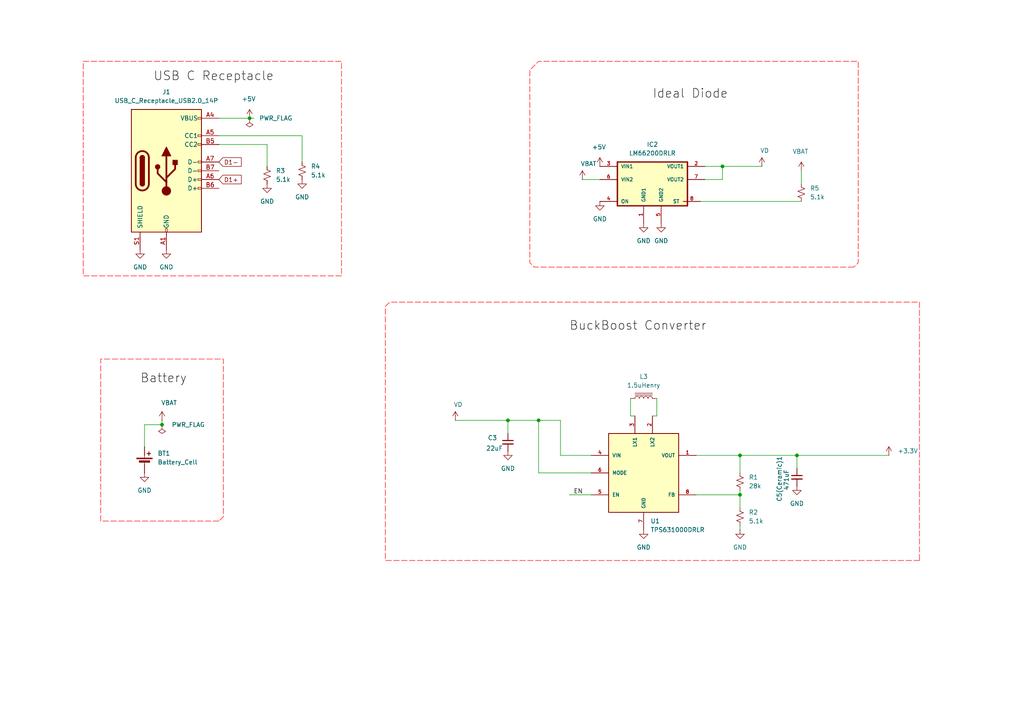
<source format=kicad_sch>
(kicad_sch
	(version 20250114)
	(generator "eeschema")
	(generator_version "9.0")
	(uuid "15fe4596-b4c7-4e25-aaf5-4f5f3f64608d")
	(paper "A4")
	(lib_symbols
		(symbol "Connector:USB_C_Receptacle_USB2.0_14P"
			(pin_names
				(offset 1.016)
			)
			(exclude_from_sim no)
			(in_bom yes)
			(on_board yes)
			(property "Reference" "J"
				(at 0 22.225 0)
				(effects
					(font
						(size 1.27 1.27)
					)
				)
			)
			(property "Value" "USB_C_Receptacle_USB2.0_14P"
				(at 0 19.685 0)
				(effects
					(font
						(size 1.27 1.27)
					)
				)
			)
			(property "Footprint" ""
				(at 3.81 0 0)
				(effects
					(font
						(size 1.27 1.27)
					)
					(hide yes)
				)
			)
			(property "Datasheet" "https://www.usb.org/sites/default/files/documents/usb_type-c.zip"
				(at 3.81 0 0)
				(effects
					(font
						(size 1.27 1.27)
					)
					(hide yes)
				)
			)
			(property "Description" "USB 2.0-only 14P Type-C Receptacle connector"
				(at 0 0 0)
				(effects
					(font
						(size 1.27 1.27)
					)
					(hide yes)
				)
			)
			(property "ki_keywords" "usb universal serial bus type-C USB2.0"
				(at 0 0 0)
				(effects
					(font
						(size 1.27 1.27)
					)
					(hide yes)
				)
			)
			(property "ki_fp_filters" "USB*C*Receptacle*"
				(at 0 0 0)
				(effects
					(font
						(size 1.27 1.27)
					)
					(hide yes)
				)
			)
			(symbol "USB_C_Receptacle_USB2.0_14P_0_0"
				(rectangle
					(start -0.254 -17.78)
					(end 0.254 -16.764)
					(stroke
						(width 0)
						(type default)
					)
					(fill
						(type none)
					)
				)
				(rectangle
					(start 10.16 15.494)
					(end 9.144 14.986)
					(stroke
						(width 0)
						(type default)
					)
					(fill
						(type none)
					)
				)
				(rectangle
					(start 10.16 10.414)
					(end 9.144 9.906)
					(stroke
						(width 0)
						(type default)
					)
					(fill
						(type none)
					)
				)
				(rectangle
					(start 10.16 7.874)
					(end 9.144 7.366)
					(stroke
						(width 0)
						(type default)
					)
					(fill
						(type none)
					)
				)
				(rectangle
					(start 10.16 2.794)
					(end 9.144 2.286)
					(stroke
						(width 0)
						(type default)
					)
					(fill
						(type none)
					)
				)
				(rectangle
					(start 10.16 0.254)
					(end 9.144 -0.254)
					(stroke
						(width 0)
						(type default)
					)
					(fill
						(type none)
					)
				)
				(rectangle
					(start 10.16 -2.286)
					(end 9.144 -2.794)
					(stroke
						(width 0)
						(type default)
					)
					(fill
						(type none)
					)
				)
				(rectangle
					(start 10.16 -4.826)
					(end 9.144 -5.334)
					(stroke
						(width 0)
						(type default)
					)
					(fill
						(type none)
					)
				)
			)
			(symbol "USB_C_Receptacle_USB2.0_14P_0_1"
				(rectangle
					(start -10.16 17.78)
					(end 10.16 -17.78)
					(stroke
						(width 0.254)
						(type default)
					)
					(fill
						(type background)
					)
				)
				(polyline
					(pts
						(xy -8.89 -3.81) (xy -8.89 3.81)
					)
					(stroke
						(width 0.508)
						(type default)
					)
					(fill
						(type none)
					)
				)
				(rectangle
					(start -7.62 -3.81)
					(end -6.35 3.81)
					(stroke
						(width 0.254)
						(type default)
					)
					(fill
						(type outline)
					)
				)
				(arc
					(start -7.62 3.81)
					(mid -6.985 4.4423)
					(end -6.35 3.81)
					(stroke
						(width 0.254)
						(type default)
					)
					(fill
						(type none)
					)
				)
				(arc
					(start -7.62 3.81)
					(mid -6.985 4.4423)
					(end -6.35 3.81)
					(stroke
						(width 0.254)
						(type default)
					)
					(fill
						(type outline)
					)
				)
				(arc
					(start -8.89 3.81)
					(mid -6.985 5.7067)
					(end -5.08 3.81)
					(stroke
						(width 0.508)
						(type default)
					)
					(fill
						(type none)
					)
				)
				(arc
					(start -5.08 -3.81)
					(mid -6.985 -5.7067)
					(end -8.89 -3.81)
					(stroke
						(width 0.508)
						(type default)
					)
					(fill
						(type none)
					)
				)
				(arc
					(start -6.35 -3.81)
					(mid -6.985 -4.4423)
					(end -7.62 -3.81)
					(stroke
						(width 0.254)
						(type default)
					)
					(fill
						(type none)
					)
				)
				(arc
					(start -6.35 -3.81)
					(mid -6.985 -4.4423)
					(end -7.62 -3.81)
					(stroke
						(width 0.254)
						(type default)
					)
					(fill
						(type outline)
					)
				)
				(polyline
					(pts
						(xy -5.08 3.81) (xy -5.08 -3.81)
					)
					(stroke
						(width 0.508)
						(type default)
					)
					(fill
						(type none)
					)
				)
				(circle
					(center -2.54 1.143)
					(radius 0.635)
					(stroke
						(width 0.254)
						(type default)
					)
					(fill
						(type outline)
					)
				)
				(polyline
					(pts
						(xy -1.27 4.318) (xy 0 6.858) (xy 1.27 4.318) (xy -1.27 4.318)
					)
					(stroke
						(width 0.254)
						(type default)
					)
					(fill
						(type outline)
					)
				)
				(polyline
					(pts
						(xy 0 -2.032) (xy 2.54 0.508) (xy 2.54 1.778)
					)
					(stroke
						(width 0.508)
						(type default)
					)
					(fill
						(type none)
					)
				)
				(polyline
					(pts
						(xy 0 -3.302) (xy -2.54 -0.762) (xy -2.54 0.508)
					)
					(stroke
						(width 0.508)
						(type default)
					)
					(fill
						(type none)
					)
				)
				(polyline
					(pts
						(xy 0 -5.842) (xy 0 4.318)
					)
					(stroke
						(width 0.508)
						(type default)
					)
					(fill
						(type none)
					)
				)
				(circle
					(center 0 -5.842)
					(radius 1.27)
					(stroke
						(width 0)
						(type default)
					)
					(fill
						(type outline)
					)
				)
				(rectangle
					(start 1.905 1.778)
					(end 3.175 3.048)
					(stroke
						(width 0.254)
						(type default)
					)
					(fill
						(type outline)
					)
				)
			)
			(symbol "USB_C_Receptacle_USB2.0_14P_1_1"
				(pin passive line
					(at -7.62 -22.86 90)
					(length 5.08)
					(name "SHIELD"
						(effects
							(font
								(size 1.27 1.27)
							)
						)
					)
					(number "S1"
						(effects
							(font
								(size 1.27 1.27)
							)
						)
					)
				)
				(pin passive line
					(at 0 -22.86 90)
					(length 5.08)
					(name "GND"
						(effects
							(font
								(size 1.27 1.27)
							)
						)
					)
					(number "A1"
						(effects
							(font
								(size 1.27 1.27)
							)
						)
					)
				)
				(pin passive line
					(at 0 -22.86 90)
					(length 5.08)
					(hide yes)
					(name "GND"
						(effects
							(font
								(size 1.27 1.27)
							)
						)
					)
					(number "A12"
						(effects
							(font
								(size 1.27 1.27)
							)
						)
					)
				)
				(pin passive line
					(at 0 -22.86 90)
					(length 5.08)
					(hide yes)
					(name "GND"
						(effects
							(font
								(size 1.27 1.27)
							)
						)
					)
					(number "B1"
						(effects
							(font
								(size 1.27 1.27)
							)
						)
					)
				)
				(pin passive line
					(at 0 -22.86 90)
					(length 5.08)
					(hide yes)
					(name "GND"
						(effects
							(font
								(size 1.27 1.27)
							)
						)
					)
					(number "B12"
						(effects
							(font
								(size 1.27 1.27)
							)
						)
					)
				)
				(pin passive line
					(at 15.24 15.24 180)
					(length 5.08)
					(name "VBUS"
						(effects
							(font
								(size 1.27 1.27)
							)
						)
					)
					(number "A4"
						(effects
							(font
								(size 1.27 1.27)
							)
						)
					)
				)
				(pin passive line
					(at 15.24 15.24 180)
					(length 5.08)
					(hide yes)
					(name "VBUS"
						(effects
							(font
								(size 1.27 1.27)
							)
						)
					)
					(number "A9"
						(effects
							(font
								(size 1.27 1.27)
							)
						)
					)
				)
				(pin passive line
					(at 15.24 15.24 180)
					(length 5.08)
					(hide yes)
					(name "VBUS"
						(effects
							(font
								(size 1.27 1.27)
							)
						)
					)
					(number "B4"
						(effects
							(font
								(size 1.27 1.27)
							)
						)
					)
				)
				(pin passive line
					(at 15.24 15.24 180)
					(length 5.08)
					(hide yes)
					(name "VBUS"
						(effects
							(font
								(size 1.27 1.27)
							)
						)
					)
					(number "B9"
						(effects
							(font
								(size 1.27 1.27)
							)
						)
					)
				)
				(pin bidirectional line
					(at 15.24 10.16 180)
					(length 5.08)
					(name "CC1"
						(effects
							(font
								(size 1.27 1.27)
							)
						)
					)
					(number "A5"
						(effects
							(font
								(size 1.27 1.27)
							)
						)
					)
				)
				(pin bidirectional line
					(at 15.24 7.62 180)
					(length 5.08)
					(name "CC2"
						(effects
							(font
								(size 1.27 1.27)
							)
						)
					)
					(number "B5"
						(effects
							(font
								(size 1.27 1.27)
							)
						)
					)
				)
				(pin bidirectional line
					(at 15.24 2.54 180)
					(length 5.08)
					(name "D-"
						(effects
							(font
								(size 1.27 1.27)
							)
						)
					)
					(number "A7"
						(effects
							(font
								(size 1.27 1.27)
							)
						)
					)
				)
				(pin bidirectional line
					(at 15.24 0 180)
					(length 5.08)
					(name "D-"
						(effects
							(font
								(size 1.27 1.27)
							)
						)
					)
					(number "B7"
						(effects
							(font
								(size 1.27 1.27)
							)
						)
					)
				)
				(pin bidirectional line
					(at 15.24 -2.54 180)
					(length 5.08)
					(name "D+"
						(effects
							(font
								(size 1.27 1.27)
							)
						)
					)
					(number "A6"
						(effects
							(font
								(size 1.27 1.27)
							)
						)
					)
				)
				(pin bidirectional line
					(at 15.24 -5.08 180)
					(length 5.08)
					(name "D+"
						(effects
							(font
								(size 1.27 1.27)
							)
						)
					)
					(number "B6"
						(effects
							(font
								(size 1.27 1.27)
							)
						)
					)
				)
			)
			(embedded_fonts no)
		)
		(symbol "Device:Battery_Cell"
			(pin_numbers
				(hide yes)
			)
			(pin_names
				(offset 0)
				(hide yes)
			)
			(exclude_from_sim no)
			(in_bom yes)
			(on_board yes)
			(property "Reference" "BT"
				(at 2.54 2.54 0)
				(effects
					(font
						(size 1.27 1.27)
					)
					(justify left)
				)
			)
			(property "Value" "Battery_Cell"
				(at 2.54 0 0)
				(effects
					(font
						(size 1.27 1.27)
					)
					(justify left)
				)
			)
			(property "Footprint" ""
				(at 0 1.524 90)
				(effects
					(font
						(size 1.27 1.27)
					)
					(hide yes)
				)
			)
			(property "Datasheet" "~"
				(at 0 1.524 90)
				(effects
					(font
						(size 1.27 1.27)
					)
					(hide yes)
				)
			)
			(property "Description" "Single-cell battery"
				(at 0 0 0)
				(effects
					(font
						(size 1.27 1.27)
					)
					(hide yes)
				)
			)
			(property "ki_keywords" "battery cell"
				(at 0 0 0)
				(effects
					(font
						(size 1.27 1.27)
					)
					(hide yes)
				)
			)
			(symbol "Battery_Cell_0_1"
				(rectangle
					(start -2.286 1.778)
					(end 2.286 1.524)
					(stroke
						(width 0)
						(type default)
					)
					(fill
						(type outline)
					)
				)
				(rectangle
					(start -1.524 1.016)
					(end 1.524 0.508)
					(stroke
						(width 0)
						(type default)
					)
					(fill
						(type outline)
					)
				)
				(polyline
					(pts
						(xy 0 1.778) (xy 0 2.54)
					)
					(stroke
						(width 0)
						(type default)
					)
					(fill
						(type none)
					)
				)
				(polyline
					(pts
						(xy 0 0.762) (xy 0 0)
					)
					(stroke
						(width 0)
						(type default)
					)
					(fill
						(type none)
					)
				)
				(polyline
					(pts
						(xy 0.762 3.048) (xy 1.778 3.048)
					)
					(stroke
						(width 0.254)
						(type default)
					)
					(fill
						(type none)
					)
				)
				(polyline
					(pts
						(xy 1.27 3.556) (xy 1.27 2.54)
					)
					(stroke
						(width 0.254)
						(type default)
					)
					(fill
						(type none)
					)
				)
			)
			(symbol "Battery_Cell_1_1"
				(pin passive line
					(at 0 5.08 270)
					(length 2.54)
					(name "+"
						(effects
							(font
								(size 1.27 1.27)
							)
						)
					)
					(number "1"
						(effects
							(font
								(size 1.27 1.27)
							)
						)
					)
				)
				(pin passive line
					(at 0 -2.54 90)
					(length 2.54)
					(name "-"
						(effects
							(font
								(size 1.27 1.27)
							)
						)
					)
					(number "2"
						(effects
							(font
								(size 1.27 1.27)
							)
						)
					)
				)
			)
			(embedded_fonts no)
		)
		(symbol "Device:C_Small"
			(pin_numbers
				(hide yes)
			)
			(pin_names
				(offset 0.254)
				(hide yes)
			)
			(exclude_from_sim no)
			(in_bom yes)
			(on_board yes)
			(property "Reference" "C"
				(at 0.254 1.778 0)
				(effects
					(font
						(size 1.27 1.27)
					)
					(justify left)
				)
			)
			(property "Value" "C_Small"
				(at 0.254 -2.032 0)
				(effects
					(font
						(size 1.27 1.27)
					)
					(justify left)
				)
			)
			(property "Footprint" ""
				(at 0 0 0)
				(effects
					(font
						(size 1.27 1.27)
					)
					(hide yes)
				)
			)
			(property "Datasheet" "~"
				(at 0 0 0)
				(effects
					(font
						(size 1.27 1.27)
					)
					(hide yes)
				)
			)
			(property "Description" "Unpolarized capacitor, small symbol"
				(at 0 0 0)
				(effects
					(font
						(size 1.27 1.27)
					)
					(hide yes)
				)
			)
			(property "ki_keywords" "capacitor cap"
				(at 0 0 0)
				(effects
					(font
						(size 1.27 1.27)
					)
					(hide yes)
				)
			)
			(property "ki_fp_filters" "C_*"
				(at 0 0 0)
				(effects
					(font
						(size 1.27 1.27)
					)
					(hide yes)
				)
			)
			(symbol "C_Small_0_1"
				(polyline
					(pts
						(xy -1.524 0.508) (xy 1.524 0.508)
					)
					(stroke
						(width 0.3048)
						(type default)
					)
					(fill
						(type none)
					)
				)
				(polyline
					(pts
						(xy -1.524 -0.508) (xy 1.524 -0.508)
					)
					(stroke
						(width 0.3302)
						(type default)
					)
					(fill
						(type none)
					)
				)
			)
			(symbol "C_Small_1_1"
				(pin passive line
					(at 0 2.54 270)
					(length 2.032)
					(name "~"
						(effects
							(font
								(size 1.27 1.27)
							)
						)
					)
					(number "1"
						(effects
							(font
								(size 1.27 1.27)
							)
						)
					)
				)
				(pin passive line
					(at 0 -2.54 90)
					(length 2.032)
					(name "~"
						(effects
							(font
								(size 1.27 1.27)
							)
						)
					)
					(number "2"
						(effects
							(font
								(size 1.27 1.27)
							)
						)
					)
				)
			)
			(embedded_fonts no)
		)
		(symbol "Device:L_Iron"
			(pin_numbers
				(hide yes)
			)
			(pin_names
				(offset 1.016)
				(hide yes)
			)
			(exclude_from_sim no)
			(in_bom yes)
			(on_board yes)
			(property "Reference" "L"
				(at -1.27 0 90)
				(effects
					(font
						(size 1.27 1.27)
					)
				)
			)
			(property "Value" "L_Iron"
				(at 2.794 0 90)
				(effects
					(font
						(size 1.27 1.27)
					)
				)
			)
			(property "Footprint" ""
				(at 0 0 0)
				(effects
					(font
						(size 1.27 1.27)
					)
					(hide yes)
				)
			)
			(property "Datasheet" "~"
				(at 0 0 0)
				(effects
					(font
						(size 1.27 1.27)
					)
					(hide yes)
				)
			)
			(property "Description" "Inductor with iron core"
				(at 0 0 0)
				(effects
					(font
						(size 1.27 1.27)
					)
					(hide yes)
				)
			)
			(property "ki_keywords" "inductor choke coil reactor magnetic"
				(at 0 0 0)
				(effects
					(font
						(size 1.27 1.27)
					)
					(hide yes)
				)
			)
			(property "ki_fp_filters" "Choke_* *Coil* Inductor_* L_*"
				(at 0 0 0)
				(effects
					(font
						(size 1.27 1.27)
					)
					(hide yes)
				)
			)
			(symbol "L_Iron_0_1"
				(arc
					(start 0 2.54)
					(mid 0.6323 1.905)
					(end 0 1.27)
					(stroke
						(width 0)
						(type default)
					)
					(fill
						(type none)
					)
				)
				(arc
					(start 0 1.27)
					(mid 0.6323 0.635)
					(end 0 0)
					(stroke
						(width 0)
						(type default)
					)
					(fill
						(type none)
					)
				)
				(arc
					(start 0 0)
					(mid 0.6323 -0.635)
					(end 0 -1.27)
					(stroke
						(width 0)
						(type default)
					)
					(fill
						(type none)
					)
				)
				(arc
					(start 0 -1.27)
					(mid 0.6323 -1.905)
					(end 0 -2.54)
					(stroke
						(width 0)
						(type default)
					)
					(fill
						(type none)
					)
				)
				(polyline
					(pts
						(xy 1.016 2.54) (xy 1.016 -2.54)
					)
					(stroke
						(width 0)
						(type default)
					)
					(fill
						(type none)
					)
				)
				(polyline
					(pts
						(xy 1.524 -2.54) (xy 1.524 2.54)
					)
					(stroke
						(width 0)
						(type default)
					)
					(fill
						(type none)
					)
				)
			)
			(symbol "L_Iron_1_1"
				(pin passive line
					(at 0 3.81 270)
					(length 1.27)
					(name "1"
						(effects
							(font
								(size 1.27 1.27)
							)
						)
					)
					(number "1"
						(effects
							(font
								(size 1.27 1.27)
							)
						)
					)
				)
				(pin passive line
					(at 0 -3.81 90)
					(length 1.27)
					(name "2"
						(effects
							(font
								(size 1.27 1.27)
							)
						)
					)
					(number "2"
						(effects
							(font
								(size 1.27 1.27)
							)
						)
					)
				)
			)
			(embedded_fonts no)
		)
		(symbol "Device:R_Small_US"
			(pin_numbers
				(hide yes)
			)
			(pin_names
				(offset 0.254)
				(hide yes)
			)
			(exclude_from_sim no)
			(in_bom yes)
			(on_board yes)
			(property "Reference" "R"
				(at 0.762 0.508 0)
				(effects
					(font
						(size 1.27 1.27)
					)
					(justify left)
				)
			)
			(property "Value" "R_Small_US"
				(at 0.762 -1.016 0)
				(effects
					(font
						(size 1.27 1.27)
					)
					(justify left)
				)
			)
			(property "Footprint" ""
				(at 0 0 0)
				(effects
					(font
						(size 1.27 1.27)
					)
					(hide yes)
				)
			)
			(property "Datasheet" "~"
				(at 0 0 0)
				(effects
					(font
						(size 1.27 1.27)
					)
					(hide yes)
				)
			)
			(property "Description" "Resistor, small US symbol"
				(at 0 0 0)
				(effects
					(font
						(size 1.27 1.27)
					)
					(hide yes)
				)
			)
			(property "ki_keywords" "r resistor"
				(at 0 0 0)
				(effects
					(font
						(size 1.27 1.27)
					)
					(hide yes)
				)
			)
			(property "ki_fp_filters" "R_*"
				(at 0 0 0)
				(effects
					(font
						(size 1.27 1.27)
					)
					(hide yes)
				)
			)
			(symbol "R_Small_US_1_1"
				(polyline
					(pts
						(xy 0 1.524) (xy 1.016 1.143) (xy 0 0.762) (xy -1.016 0.381) (xy 0 0)
					)
					(stroke
						(width 0)
						(type default)
					)
					(fill
						(type none)
					)
				)
				(polyline
					(pts
						(xy 0 0) (xy 1.016 -0.381) (xy 0 -0.762) (xy -1.016 -1.143) (xy 0 -1.524)
					)
					(stroke
						(width 0)
						(type default)
					)
					(fill
						(type none)
					)
				)
				(pin passive line
					(at 0 2.54 270)
					(length 1.016)
					(name "~"
						(effects
							(font
								(size 1.27 1.27)
							)
						)
					)
					(number "1"
						(effects
							(font
								(size 1.27 1.27)
							)
						)
					)
				)
				(pin passive line
					(at 0 -2.54 90)
					(length 1.016)
					(name "~"
						(effects
							(font
								(size 1.27 1.27)
							)
						)
					)
					(number "2"
						(effects
							(font
								(size 1.27 1.27)
							)
						)
					)
				)
			)
			(embedded_fonts no)
		)
		(symbol "LM66200DRLR_1"
			(pin_names
				(offset 1.016)
			)
			(exclude_from_sim no)
			(in_bom yes)
			(on_board yes)
			(property "Reference" "IC"
				(at -10.16 8.255 0)
				(effects
					(font
						(size 1.27 1.27)
					)
					(justify left bottom)
				)
			)
			(property "Value" "LM66200DRLR"
				(at -10.16 -7.62 0)
				(effects
					(font
						(size 1.27 1.27)
					)
					(justify left bottom)
				)
			)
			(property "Footprint" "LM66200DRLR:SOT8"
				(at 0 0 0)
				(effects
					(font
						(size 1.27 1.27)
					)
					(justify bottom)
					(hide yes)
				)
			)
			(property "Datasheet" ""
				(at 0 0 0)
				(effects
					(font
						(size 1.27 1.27)
					)
					(hide yes)
				)
			)
			(property "Description" ""
				(at 0 0 0)
				(effects
					(font
						(size 1.27 1.27)
					)
					(hide yes)
				)
			)
			(property "MF" "Texas Instruments"
				(at 0 0 0)
				(effects
					(font
						(size 1.27 1.27)
					)
					(justify bottom)
					(hide yes)
				)
			)
			(property "Description_1" "1.6-V to 5.5-V, 40-mΩ, 2.5-A, low-IQ, dual ideal diode"
				(at 0 0 0)
				(effects
					(font
						(size 1.27 1.27)
					)
					(justify bottom)
					(hide yes)
				)
			)
			(property "Package" "None"
				(at 0 0 0)
				(effects
					(font
						(size 1.27 1.27)
					)
					(justify bottom)
					(hide yes)
				)
			)
			(property "Price" "None"
				(at 0 0 0)
				(effects
					(font
						(size 1.27 1.27)
					)
					(justify bottom)
					(hide yes)
				)
			)
			(property "SnapEDA_Link" "https://www.snapeda.com/parts/LM66200DRLR/Texas+Instruments/view-part/?ref=snap"
				(at 0 0 0)
				(effects
					(font
						(size 1.27 1.27)
					)
					(justify bottom)
					(hide yes)
				)
			)
			(property "MP" "LM66200DRLR"
				(at 0 0 0)
				(effects
					(font
						(size 1.27 1.27)
					)
					(justify bottom)
					(hide yes)
				)
			)
			(property "Availability" "In Stock"
				(at 0 0 0)
				(effects
					(font
						(size 1.27 1.27)
					)
					(justify bottom)
					(hide yes)
				)
			)
			(property "Check_prices" "https://www.snapeda.com/parts/LM66200DRLR/Texas+Instruments/view-part/?ref=eda"
				(at 0 0 0)
				(effects
					(font
						(size 1.27 1.27)
					)
					(justify bottom)
					(hide yes)
				)
			)
			(symbol "LM66200DRLR_1_0_0"
				(rectangle
					(start -10.16 7.62)
					(end 10.16 -5.08)
					(stroke
						(width 0.4064)
						(type default)
					)
					(fill
						(type background)
					)
				)
				(pin passive line
					(at -15.24 6.35 0)
					(length 5.08)
					(name "VIN1"
						(effects
							(font
								(size 1.016 1.016)
							)
						)
					)
					(number "3"
						(effects
							(font
								(size 1.016 1.016)
							)
						)
					)
				)
				(pin passive line
					(at -15.24 2.54 0)
					(length 5.08)
					(name "VIN2"
						(effects
							(font
								(size 1.016 1.016)
							)
						)
					)
					(number "6"
						(effects
							(font
								(size 1.016 1.016)
							)
						)
					)
				)
				(pin passive line
					(at -15.24 -3.81 0)
					(length 5.08)
					(name "ON"
						(effects
							(font
								(size 1.016 1.016)
							)
						)
					)
					(number "4"
						(effects
							(font
								(size 1.016 1.016)
							)
						)
					)
				)
				(pin passive line
					(at 13.97 -3.81 180)
					(length 5.08)
					(name "ST"
						(effects
							(font
								(size 1.016 1.016)
							)
						)
					)
					(number "8"
						(effects
							(font
								(size 1.016 1.016)
							)
						)
					)
				)
			)
			(symbol "LM66200DRLR_1_1_0"
				(pin passive line
					(at -2.54 -10.16 90)
					(length 5.08)
					(name "GND1"
						(effects
							(font
								(size 1.016 1.016)
							)
						)
					)
					(number "1"
						(effects
							(font
								(size 1.016 1.016)
							)
						)
					)
				)
				(pin passive line
					(at 2.54 -10.16 90)
					(length 5.08)
					(name "GND2"
						(effects
							(font
								(size 1.016 1.016)
							)
						)
					)
					(number "5"
						(effects
							(font
								(size 1.016 1.016)
							)
						)
					)
				)
				(pin passive line
					(at 15.24 6.35 180)
					(length 5.08)
					(name "VOUT1"
						(effects
							(font
								(size 1.016 1.016)
							)
						)
					)
					(number "2"
						(effects
							(font
								(size 1.016 1.016)
							)
						)
					)
				)
				(pin passive line
					(at 15.24 2.54 180)
					(length 5.08)
					(name "VOUT2"
						(effects
							(font
								(size 1.016 1.016)
							)
						)
					)
					(number "7"
						(effects
							(font
								(size 1.016 1.016)
							)
						)
					)
				)
			)
			(embedded_fonts no)
		)
		(symbol "TPS631000DRLR:TPS631000DRLR"
			(pin_names
				(offset 1.016)
			)
			(exclude_from_sim no)
			(in_bom yes)
			(on_board yes)
			(property "Reference" "U"
				(at -10.16 13.208 0)
				(effects
					(font
						(size 1.27 1.27)
					)
					(justify left bottom)
				)
			)
			(property "Value" "TPS631000DRLR"
				(at -10.16 -12.7 0)
				(effects
					(font
						(size 1.27 1.27)
					)
					(justify left bottom)
				)
			)
			(property "Footprint" "TPS631000DRLR:SOT50P160X60-8N"
				(at 0 0 0)
				(effects
					(font
						(size 1.27 1.27)
					)
					(justify bottom)
					(hide yes)
				)
			)
			(property "Datasheet" ""
				(at 0 0 0)
				(effects
					(font
						(size 1.27 1.27)
					)
					(hide yes)
				)
			)
			(property "Description" ""
				(at 0 0 0)
				(effects
					(font
						(size 1.27 1.27)
					)
					(hide yes)
				)
			)
			(property "MF" "Texas Instruments"
				(at 0 0 0)
				(effects
					(font
						(size 1.27 1.27)
					)
					(justify bottom)
					(hide yes)
				)
			)
			(property "SNAPEDA_PACKAGE_ID" "124400"
				(at 0 0 0)
				(effects
					(font
						(size 1.27 1.27)
					)
					(justify bottom)
					(hide yes)
				)
			)
			(property "Package" "SOT-583 Texas Instruments"
				(at 0 0 0)
				(effects
					(font
						(size 1.27 1.27)
					)
					(justify bottom)
					(hide yes)
				)
			)
			(property "Price" "None"
				(at 0 0 0)
				(effects
					(font
						(size 1.27 1.27)
					)
					(justify bottom)
					(hide yes)
				)
			)
			(property "Check_prices" "https://www.snapeda.com/parts/TPS631000DRLR/Texas+Instruments/view-part/?ref=eda"
				(at 0 0 0)
				(effects
					(font
						(size 1.27 1.27)
					)
					(justify bottom)
					(hide yes)
				)
			)
			(property "STANDARD" "IPC 7351B"
				(at 0 0 0)
				(effects
					(font
						(size 1.27 1.27)
					)
					(justify bottom)
					(hide yes)
				)
			)
			(property "PARTREV" "B"
				(at 0 0 0)
				(effects
					(font
						(size 1.27 1.27)
					)
					(justify bottom)
					(hide yes)
				)
			)
			(property "SnapEDA_Link" "https://www.snapeda.com/parts/TPS631000DRLR/Texas+Instruments/view-part/?ref=snap"
				(at 0 0 0)
				(effects
					(font
						(size 1.27 1.27)
					)
					(justify bottom)
					(hide yes)
				)
			)
			(property "MP" "TPS631000DRLR"
				(at 0 0 0)
				(effects
					(font
						(size 1.27 1.27)
					)
					(justify bottom)
					(hide yes)
				)
			)
			(property "Description_1" "1.5-A output current, high-power-density buck-boost converter"
				(at 0 0 0)
				(effects
					(font
						(size 1.27 1.27)
					)
					(justify bottom)
					(hide yes)
				)
			)
			(property "MANUFACTURER" "Texas Instruments"
				(at 0 0 0)
				(effects
					(font
						(size 1.27 1.27)
					)
					(justify bottom)
					(hide yes)
				)
			)
			(property "Availability" "In Stock"
				(at 0 0 0)
				(effects
					(font
						(size 1.27 1.27)
					)
					(justify bottom)
					(hide yes)
				)
			)
			(property "MAXIMUM_PACKAGE_HEIGHT" "0.6mm"
				(at 0 0 0)
				(effects
					(font
						(size 1.27 1.27)
					)
					(justify bottom)
					(hide yes)
				)
			)
			(symbol "TPS631000DRLR_0_0"
				(rectangle
					(start -10.16 -10.16)
					(end 10.16 12.7)
					(stroke
						(width 0.254)
						(type default)
					)
					(fill
						(type background)
					)
				)
				(pin input line
					(at -15.24 6.35 0)
					(length 5.08)
					(name "VIN"
						(effects
							(font
								(size 1.016 1.016)
							)
						)
					)
					(number "4"
						(effects
							(font
								(size 1.016 1.016)
							)
						)
					)
				)
				(pin input line
					(at -15.24 1.27 0)
					(length 5.08)
					(name "MODE"
						(effects
							(font
								(size 1.016 1.016)
							)
						)
					)
					(number "6"
						(effects
							(font
								(size 1.016 1.016)
							)
						)
					)
				)
				(pin input line
					(at -15.24 -5.08 0)
					(length 5.08)
					(name "EN"
						(effects
							(font
								(size 1.016 1.016)
							)
						)
					)
					(number "5"
						(effects
							(font
								(size 1.016 1.016)
							)
						)
					)
				)
				(pin output line
					(at -2.54 17.78 270)
					(length 5.08)
					(name "LX1"
						(effects
							(font
								(size 1.016 1.016)
							)
						)
					)
					(number "3"
						(effects
							(font
								(size 1.016 1.016)
							)
						)
					)
				)
				(pin power_in line
					(at 0 -15.24 90)
					(length 5.08)
					(name "GND"
						(effects
							(font
								(size 1.016 1.016)
							)
						)
					)
					(number "7"
						(effects
							(font
								(size 1.016 1.016)
							)
						)
					)
				)
				(pin output line
					(at 2.54 17.78 270)
					(length 5.08)
					(name "LX2"
						(effects
							(font
								(size 1.016 1.016)
							)
						)
					)
					(number "2"
						(effects
							(font
								(size 1.016 1.016)
							)
						)
					)
				)
				(pin output line
					(at 15.24 6.35 180)
					(length 5.08)
					(name "VOUT"
						(effects
							(font
								(size 1.016 1.016)
							)
						)
					)
					(number "1"
						(effects
							(font
								(size 1.016 1.016)
							)
						)
					)
				)
				(pin input line
					(at 15.24 -5.08 180)
					(length 5.08)
					(name "FB"
						(effects
							(font
								(size 1.016 1.016)
							)
						)
					)
					(number "8"
						(effects
							(font
								(size 1.016 1.016)
							)
						)
					)
				)
			)
			(embedded_fonts no)
		)
		(symbol "power:+3.3V"
			(power)
			(pin_numbers
				(hide yes)
			)
			(pin_names
				(offset 0)
				(hide yes)
			)
			(exclude_from_sim no)
			(in_bom yes)
			(on_board yes)
			(property "Reference" "#PWR"
				(at 0 -3.81 0)
				(effects
					(font
						(size 1.27 1.27)
					)
					(hide yes)
				)
			)
			(property "Value" "+3.3V"
				(at 0 3.556 0)
				(effects
					(font
						(size 1.27 1.27)
					)
				)
			)
			(property "Footprint" ""
				(at 0 0 0)
				(effects
					(font
						(size 1.27 1.27)
					)
					(hide yes)
				)
			)
			(property "Datasheet" ""
				(at 0 0 0)
				(effects
					(font
						(size 1.27 1.27)
					)
					(hide yes)
				)
			)
			(property "Description" "Power symbol creates a global label with name \"+3.3V\""
				(at 0 0 0)
				(effects
					(font
						(size 1.27 1.27)
					)
					(hide yes)
				)
			)
			(property "ki_keywords" "global power"
				(at 0 0 0)
				(effects
					(font
						(size 1.27 1.27)
					)
					(hide yes)
				)
			)
			(symbol "+3.3V_0_1"
				(polyline
					(pts
						(xy -0.762 1.27) (xy 0 2.54)
					)
					(stroke
						(width 0)
						(type default)
					)
					(fill
						(type none)
					)
				)
				(polyline
					(pts
						(xy 0 2.54) (xy 0.762 1.27)
					)
					(stroke
						(width 0)
						(type default)
					)
					(fill
						(type none)
					)
				)
				(polyline
					(pts
						(xy 0 0) (xy 0 2.54)
					)
					(stroke
						(width 0)
						(type default)
					)
					(fill
						(type none)
					)
				)
			)
			(symbol "+3.3V_1_1"
				(pin power_in line
					(at 0 0 90)
					(length 0)
					(name "~"
						(effects
							(font
								(size 1.27 1.27)
							)
						)
					)
					(number "1"
						(effects
							(font
								(size 1.27 1.27)
							)
						)
					)
				)
			)
			(embedded_fonts no)
		)
		(symbol "power:+5V"
			(power)
			(pin_numbers
				(hide yes)
			)
			(pin_names
				(offset 0)
				(hide yes)
			)
			(exclude_from_sim no)
			(in_bom yes)
			(on_board yes)
			(property "Reference" "#PWR"
				(at 0 -3.81 0)
				(effects
					(font
						(size 1.27 1.27)
					)
					(hide yes)
				)
			)
			(property "Value" "+5V"
				(at 0 3.556 0)
				(effects
					(font
						(size 1.27 1.27)
					)
				)
			)
			(property "Footprint" ""
				(at 0 0 0)
				(effects
					(font
						(size 1.27 1.27)
					)
					(hide yes)
				)
			)
			(property "Datasheet" ""
				(at 0 0 0)
				(effects
					(font
						(size 1.27 1.27)
					)
					(hide yes)
				)
			)
			(property "Description" "Power symbol creates a global label with name \"+5V\""
				(at 0 0 0)
				(effects
					(font
						(size 1.27 1.27)
					)
					(hide yes)
				)
			)
			(property "ki_keywords" "global power"
				(at 0 0 0)
				(effects
					(font
						(size 1.27 1.27)
					)
					(hide yes)
				)
			)
			(symbol "+5V_0_1"
				(polyline
					(pts
						(xy -0.762 1.27) (xy 0 2.54)
					)
					(stroke
						(width 0)
						(type default)
					)
					(fill
						(type none)
					)
				)
				(polyline
					(pts
						(xy 0 2.54) (xy 0.762 1.27)
					)
					(stroke
						(width 0)
						(type default)
					)
					(fill
						(type none)
					)
				)
				(polyline
					(pts
						(xy 0 0) (xy 0 2.54)
					)
					(stroke
						(width 0)
						(type default)
					)
					(fill
						(type none)
					)
				)
			)
			(symbol "+5V_1_1"
				(pin power_in line
					(at 0 0 90)
					(length 0)
					(name "~"
						(effects
							(font
								(size 1.27 1.27)
							)
						)
					)
					(number "1"
						(effects
							(font
								(size 1.27 1.27)
							)
						)
					)
				)
			)
			(embedded_fonts no)
		)
		(symbol "power:GND"
			(power)
			(pin_numbers
				(hide yes)
			)
			(pin_names
				(offset 0)
				(hide yes)
			)
			(exclude_from_sim no)
			(in_bom yes)
			(on_board yes)
			(property "Reference" "#PWR"
				(at 0 -6.35 0)
				(effects
					(font
						(size 1.27 1.27)
					)
					(hide yes)
				)
			)
			(property "Value" "GND"
				(at 0 -3.81 0)
				(effects
					(font
						(size 1.27 1.27)
					)
				)
			)
			(property "Footprint" ""
				(at 0 0 0)
				(effects
					(font
						(size 1.27 1.27)
					)
					(hide yes)
				)
			)
			(property "Datasheet" ""
				(at 0 0 0)
				(effects
					(font
						(size 1.27 1.27)
					)
					(hide yes)
				)
			)
			(property "Description" "Power symbol creates a global label with name \"GND\" , ground"
				(at 0 0 0)
				(effects
					(font
						(size 1.27 1.27)
					)
					(hide yes)
				)
			)
			(property "ki_keywords" "global power"
				(at 0 0 0)
				(effects
					(font
						(size 1.27 1.27)
					)
					(hide yes)
				)
			)
			(symbol "GND_0_1"
				(polyline
					(pts
						(xy 0 0) (xy 0 -1.27) (xy 1.27 -1.27) (xy 0 -2.54) (xy -1.27 -1.27) (xy 0 -1.27)
					)
					(stroke
						(width 0)
						(type default)
					)
					(fill
						(type none)
					)
				)
			)
			(symbol "GND_1_1"
				(pin power_in line
					(at 0 0 270)
					(length 0)
					(name "~"
						(effects
							(font
								(size 1.27 1.27)
							)
						)
					)
					(number "1"
						(effects
							(font
								(size 1.27 1.27)
							)
						)
					)
				)
			)
			(embedded_fonts no)
		)
		(symbol "power:PWR_FLAG"
			(power)
			(pin_numbers
				(hide yes)
			)
			(pin_names
				(offset 0)
				(hide yes)
			)
			(exclude_from_sim no)
			(in_bom yes)
			(on_board yes)
			(property "Reference" "#FLG"
				(at 0 1.905 0)
				(effects
					(font
						(size 1.27 1.27)
					)
					(hide yes)
				)
			)
			(property "Value" "PWR_FLAG"
				(at 0 3.81 0)
				(effects
					(font
						(size 1.27 1.27)
					)
				)
			)
			(property "Footprint" ""
				(at 0 0 0)
				(effects
					(font
						(size 1.27 1.27)
					)
					(hide yes)
				)
			)
			(property "Datasheet" "~"
				(at 0 0 0)
				(effects
					(font
						(size 1.27 1.27)
					)
					(hide yes)
				)
			)
			(property "Description" "Special symbol for telling ERC where power comes from"
				(at 0 0 0)
				(effects
					(font
						(size 1.27 1.27)
					)
					(hide yes)
				)
			)
			(property "ki_keywords" "flag power"
				(at 0 0 0)
				(effects
					(font
						(size 1.27 1.27)
					)
					(hide yes)
				)
			)
			(symbol "PWR_FLAG_0_0"
				(pin power_out line
					(at 0 0 90)
					(length 0)
					(name "~"
						(effects
							(font
								(size 1.27 1.27)
							)
						)
					)
					(number "1"
						(effects
							(font
								(size 1.27 1.27)
							)
						)
					)
				)
			)
			(symbol "PWR_FLAG_0_1"
				(polyline
					(pts
						(xy 0 0) (xy 0 1.27) (xy -1.016 1.905) (xy 0 2.54) (xy 1.016 1.905) (xy 0 1.27)
					)
					(stroke
						(width 0)
						(type default)
					)
					(fill
						(type none)
					)
				)
			)
			(embedded_fonts no)
		)
	)
	(junction
		(at 214.63 143.51)
		(diameter 0)
		(color 0 0 0 0)
		(uuid "0167a872-87f8-467b-88e8-538c73b7eef5")
	)
	(junction
		(at 72.39 34.29)
		(diameter 0)
		(color 0 0 0 0)
		(uuid "14c89c51-8ca8-46e2-898b-b02eb299671c")
	)
	(junction
		(at 231.14 132.08)
		(diameter 0)
		(color 0 0 0 0)
		(uuid "714ef25d-821e-445f-93de-e8059dd7d82c")
	)
	(junction
		(at 46.99 123.19)
		(diameter 0)
		(color 0 0 0 0)
		(uuid "b5830d52-fad5-4f97-858a-142367289d5f")
	)
	(junction
		(at 147.32 121.92)
		(diameter 0)
		(color 0 0 0 0)
		(uuid "b593d436-745b-470e-9d4b-c6bf87df1ced")
	)
	(junction
		(at 214.63 132.08)
		(diameter 0)
		(color 0 0 0 0)
		(uuid "c69bc08e-c832-4d5b-b3ca-936da1f1735b")
	)
	(junction
		(at 156.21 121.92)
		(diameter 0)
		(color 0 0 0 0)
		(uuid "defc9ee4-2578-48c6-8152-7b3041342578")
	)
	(junction
		(at 209.55 48.26)
		(diameter 0)
		(color 0 0 0 0)
		(uuid "e1d4e400-d899-4386-a339-1bee06eb870b")
	)
	(wire
		(pts
			(xy 156.21 121.92) (xy 156.21 137.16)
		)
		(stroke
			(width 0)
			(type default)
		)
		(uuid "02d8d47d-81c2-4d5b-939a-8b449c60a5b1")
	)
	(wire
		(pts
			(xy 231.14 132.08) (xy 231.14 135.89)
		)
		(stroke
			(width 0)
			(type default)
		)
		(uuid "14975c8b-79ea-47bb-a238-3f3582d3f303")
	)
	(wire
		(pts
			(xy 232.41 49.53) (xy 232.41 53.34)
		)
		(stroke
			(width 0)
			(type default)
		)
		(uuid "152393d9-4938-4488-98c2-d1e21e31b652")
	)
	(wire
		(pts
			(xy 214.63 152.4) (xy 214.63 153.67)
		)
		(stroke
			(width 0)
			(type default)
		)
		(uuid "16ac6b37-f5be-4ec8-b1fb-449654acda96")
	)
	(wire
		(pts
			(xy 209.55 52.07) (xy 209.55 48.26)
		)
		(stroke
			(width 0)
			(type default)
		)
		(uuid "1b4794ba-6885-4f55-839d-3a316acc1fc8")
	)
	(wire
		(pts
			(xy 162.56 132.08) (xy 171.45 132.08)
		)
		(stroke
			(width 0)
			(type default)
		)
		(uuid "2d1f17ff-b279-4570-ab82-f36386abf9cc")
	)
	(wire
		(pts
			(xy 231.14 132.08) (xy 257.81 132.08)
		)
		(stroke
			(width 0)
			(type default)
		)
		(uuid "2da9d537-c235-4e9c-bb0e-5be12bedf635")
	)
	(wire
		(pts
			(xy 201.93 132.08) (xy 214.63 132.08)
		)
		(stroke
			(width 0)
			(type default)
		)
		(uuid "3d1469aa-ec31-4876-b967-dba307585b94")
	)
	(wire
		(pts
			(xy 63.5 39.37) (xy 87.63 39.37)
		)
		(stroke
			(width 0)
			(type default)
		)
		(uuid "3f7afdba-509d-4bd9-b7aa-9f71f101dfac")
	)
	(wire
		(pts
			(xy 156.21 121.92) (xy 162.56 121.92)
		)
		(stroke
			(width 0)
			(type default)
		)
		(uuid "51e61491-413c-4fc4-820d-11b94817dcc2")
	)
	(wire
		(pts
			(xy 77.47 41.91) (xy 77.47 48.26)
		)
		(stroke
			(width 0)
			(type default)
		)
		(uuid "6029b34e-524a-4c9d-a2f8-6e19ed74225c")
	)
	(wire
		(pts
			(xy 41.91 123.19) (xy 41.91 129.54)
		)
		(stroke
			(width 0)
			(type default)
		)
		(uuid "69ce830c-8450-4707-b0e0-06add3ca0b96")
	)
	(wire
		(pts
			(xy 132.08 121.92) (xy 147.32 121.92)
		)
		(stroke
			(width 0)
			(type default)
		)
		(uuid "74aeb3ca-030a-4643-8f14-52833e48fed9")
	)
	(wire
		(pts
			(xy 204.47 48.26) (xy 209.55 48.26)
		)
		(stroke
			(width 0)
			(type default)
		)
		(uuid "785b72e5-371d-4be9-b05b-e4270d189127")
	)
	(wire
		(pts
			(xy 63.5 34.29) (xy 72.39 34.29)
		)
		(stroke
			(width 0)
			(type default)
		)
		(uuid "79d47406-74d5-45f8-801f-aafe563dd76a")
	)
	(wire
		(pts
			(xy 214.63 143.51) (xy 214.63 147.32)
		)
		(stroke
			(width 0)
			(type default)
		)
		(uuid "7af54348-96ea-47a7-95d3-e589d337687f")
	)
	(wire
		(pts
			(xy 214.63 132.08) (xy 231.14 132.08)
		)
		(stroke
			(width 0)
			(type default)
		)
		(uuid "836bfebb-b421-4956-a6ec-299bfeee790e")
	)
	(wire
		(pts
			(xy 147.32 121.92) (xy 147.32 125.73)
		)
		(stroke
			(width 0)
			(type default)
		)
		(uuid "8f4eeb94-2077-4e6c-8e32-f07b76f68864")
	)
	(wire
		(pts
			(xy 46.99 123.19) (xy 41.91 123.19)
		)
		(stroke
			(width 0)
			(type default)
		)
		(uuid "8fa382a4-bed4-4d61-aa2e-0763b64a711f")
	)
	(wire
		(pts
			(xy 165.1 143.51) (xy 171.45 143.51)
		)
		(stroke
			(width 0)
			(type default)
		)
		(uuid "945ff949-545e-4dbf-97a4-55bc561529fb")
	)
	(wire
		(pts
			(xy 189.23 120.65) (xy 190.5 120.65)
		)
		(stroke
			(width 0)
			(type default)
		)
		(uuid "95b9c572-764f-4ea9-94ea-721fcd524f07")
	)
	(wire
		(pts
			(xy 87.63 39.37) (xy 87.63 46.99)
		)
		(stroke
			(width 0)
			(type default)
		)
		(uuid "9f3c4cd8-69bd-44b3-8ba7-e62ae4b83878")
	)
	(wire
		(pts
			(xy 147.32 121.92) (xy 156.21 121.92)
		)
		(stroke
			(width 0)
			(type default)
		)
		(uuid "a0c48afd-be3e-4923-bd8d-eb4d9c20849c")
	)
	(wire
		(pts
			(xy 214.63 142.24) (xy 214.63 143.51)
		)
		(stroke
			(width 0)
			(type default)
		)
		(uuid "a73925b8-9782-4f13-b24d-3c707999e412")
	)
	(wire
		(pts
			(xy 182.88 120.65) (xy 182.88 115.57)
		)
		(stroke
			(width 0)
			(type default)
		)
		(uuid "a8846604-d980-4142-965e-dc3d7cbed86c")
	)
	(wire
		(pts
			(xy 201.93 143.51) (xy 214.63 143.51)
		)
		(stroke
			(width 0)
			(type default)
		)
		(uuid "b066f199-e1bf-43ac-8825-1e6c78de8e34")
	)
	(wire
		(pts
			(xy 171.45 137.16) (xy 156.21 137.16)
		)
		(stroke
			(width 0)
			(type default)
		)
		(uuid "bca967d3-a2fe-42fb-af89-8eaf6ab096f2")
	)
	(wire
		(pts
			(xy 190.5 120.65) (xy 190.5 115.57)
		)
		(stroke
			(width 0)
			(type default)
		)
		(uuid "c1ed3a52-66b5-4ce0-be67-d0dd251fcfd3")
	)
	(wire
		(pts
			(xy 72.39 34.29) (xy 73.66 34.29)
		)
		(stroke
			(width 0)
			(type default)
		)
		(uuid "d7bed298-b94b-4deb-899e-37de96307ef8")
	)
	(wire
		(pts
			(xy 214.63 132.08) (xy 214.63 137.16)
		)
		(stroke
			(width 0)
			(type default)
		)
		(uuid "e4348739-4794-47b5-92b9-f8195ac95591")
	)
	(wire
		(pts
			(xy 184.15 120.65) (xy 182.88 120.65)
		)
		(stroke
			(width 0)
			(type default)
		)
		(uuid "ea115783-2ec5-4d6e-92c8-9c0d1fd4288d")
	)
	(wire
		(pts
			(xy 63.5 41.91) (xy 77.47 41.91)
		)
		(stroke
			(width 0)
			(type default)
		)
		(uuid "efefe252-d693-45ea-9412-76ebd9e16b65")
	)
	(wire
		(pts
			(xy 168.91 52.07) (xy 173.99 52.07)
		)
		(stroke
			(width 0)
			(type default)
		)
		(uuid "f5024638-828b-4360-9873-ccdc5052e030")
	)
	(wire
		(pts
			(xy 162.56 121.92) (xy 162.56 132.08)
		)
		(stroke
			(width 0)
			(type default)
		)
		(uuid "f7ac587f-078f-4045-bdbf-3d3b4f28d3a3")
	)
	(wire
		(pts
			(xy 46.99 121.92) (xy 46.99 123.19)
		)
		(stroke
			(width 0)
			(type default)
		)
		(uuid "f83f929e-f8a5-40c1-908c-749460a29396")
	)
	(wire
		(pts
			(xy 203.2 58.42) (xy 232.41 58.42)
		)
		(stroke
			(width 0)
			(type default)
		)
		(uuid "fea136d8-8165-46c3-aa01-fa5a07062b48")
	)
	(wire
		(pts
			(xy 209.55 48.26) (xy 220.98 48.26)
		)
		(stroke
			(width 0)
			(type default)
		)
		(uuid "fefab050-2230-4f76-a98c-6627758d3966")
	)
	(wire
		(pts
			(xy 204.47 52.07) (xy 209.55 52.07)
		)
		(stroke
			(width 0)
			(type default)
		)
		(uuid "fffec2ac-f7fb-4bc3-ab30-2133e759e63b")
	)
	(label "Ideal Diode"
		(at 189.23 29.21 0)
		(effects
			(font
				(size 2.54 2.54)
			)
			(justify left bottom)
		)
		(uuid "4344ef81-25d4-4cb8-a2fd-9ad6f230bd87")
	)
	(label "USB C Receptacle"
		(at 44.45 24.13 0)
		(effects
			(font
				(size 2.54 2.54)
			)
			(justify left bottom)
		)
		(uuid "4d576bfc-763b-46e7-b673-8e1bad2f1d46")
	)
	(label "EN"
		(at 166.37 143.51 0)
		(effects
			(font
				(size 1.27 1.27)
			)
			(justify left bottom)
		)
		(uuid "af1a719e-fa30-4ea5-922a-07e56cb19d13")
	)
	(label "BuckBoost Converter"
		(at 165.1 96.52 0)
		(effects
			(font
				(size 2.54 2.54)
			)
			(justify left bottom)
		)
		(uuid "c3df1084-4021-4078-af2f-5d4979ffeae5")
	)
	(label "Battery"
		(at 40.64 111.76 0)
		(effects
			(font
				(size 2.54 2.54)
			)
			(justify left bottom)
		)
		(uuid "fcae1c76-23e6-445c-af3a-c8116b6d2b6a")
	)
	(global_label "D1+"
		(shape input)
		(at 63.5 52.07 0)
		(fields_autoplaced yes)
		(effects
			(font
				(size 1.27 1.27)
			)
			(justify left)
		)
		(uuid "3a9f42b0-efe1-40da-a560-eaf4d234de5c")
		(property "Intersheetrefs" "${INTERSHEET_REFS}"
			(at 70.5371 52.07 0)
			(effects
				(font
					(size 1.27 1.27)
				)
				(justify left)
				(hide yes)
			)
		)
	)
	(global_label "D1-"
		(shape input)
		(at 63.5 46.99 0)
		(fields_autoplaced yes)
		(effects
			(font
				(size 1.27 1.27)
			)
			(justify left)
		)
		(uuid "41d8a623-e4ce-417c-ac19-8425a6a0f8d3")
		(property "Intersheetrefs" "${INTERSHEET_REFS}"
			(at 70.5371 46.99 0)
			(effects
				(font
					(size 1.27 1.27)
				)
				(justify left)
				(hide yes)
			)
		)
	)
	(rule_area
		(polyline
			(pts
				(xy 266.7 162.56) (xy 111.76 162.56) (xy 111.76 88.9) (xy 113.03 87.63) (xy 266.7 87.63)
			)
			(stroke
				(width 0)
				(type dash)
			)
			(fill
				(type none)
			)
			(uuid 11b0b6d7-3f2f-4085-9fc3-4e776a1962be)
		)
	)
	(rule_area
		(polyline
			(pts
				(xy 24.13 17.78) (xy 99.06 17.78) (xy 99.06 80.01) (xy 24.13 80.01)
			)
			(stroke
				(width 0)
				(type dash)
			)
			(fill
				(type none)
			)
			(uuid 3a99f609-757d-44da-9d04-bcca6c3e27f7)
		)
	)
	(rule_area
		(polyline
			(pts
				(xy 247.65 77.47) (xy 154.94 77.47) (xy 153.67 76.2) (xy 153.67 20.32) (xy 156.21 17.78) (xy 248.92 17.78)
				(xy 248.92 76.2)
			)
			(stroke
				(width 0)
				(type dash)
			)
			(fill
				(type none)
			)
			(uuid 6787fb98-8197-4c84-8c4a-fa909833435d)
		)
	)
	(rule_area
		(polyline
			(pts
				(xy 63.5 151.13) (xy 29.21 151.13) (xy 29.21 104.14) (xy 64.77 104.14) (xy 64.77 149.86)
			)
			(stroke
				(width 0)
				(type dash)
			)
			(fill
				(type none)
			)
			(uuid cee48ba2-54a7-4b0a-b6d2-66fe3edeabbb)
		)
	)
	(symbol
		(lib_id "power:GND")
		(at 87.63 52.07 0)
		(unit 1)
		(exclude_from_sim no)
		(in_bom yes)
		(on_board yes)
		(dnp no)
		(fields_autoplaced yes)
		(uuid "0179fba8-8c77-4f6d-bbeb-40b5b81dc43d")
		(property "Reference" "#PWR015"
			(at 87.63 58.42 0)
			(effects
				(font
					(size 1.27 1.27)
				)
				(hide yes)
			)
		)
		(property "Value" "GND"
			(at 87.63 57.15 0)
			(effects
				(font
					(size 1.27 1.27)
				)
			)
		)
		(property "Footprint" ""
			(at 87.63 52.07 0)
			(effects
				(font
					(size 1.27 1.27)
				)
				(hide yes)
			)
		)
		(property "Datasheet" ""
			(at 87.63 52.07 0)
			(effects
				(font
					(size 1.27 1.27)
				)
				(hide yes)
			)
		)
		(property "Description" "Power symbol creates a global label with name \"GND\" , ground"
			(at 87.63 52.07 0)
			(effects
				(font
					(size 1.27 1.27)
				)
				(hide yes)
			)
		)
		(pin "1"
			(uuid "134015ab-0360-4b61-af2e-3726ee2a20c6")
		)
		(instances
			(project "Power"
				(path "/15fe4596-b4c7-4e25-aaf5-4f5f3f64608d"
					(reference "#PWR015")
					(unit 1)
				)
			)
			(project "Media Player"
				(path "/5c19345b-3707-4c90-b593-78a9c3e56866/17b36465-6639-4c30-8d5f-ef2acae7afbe"
					(reference "#PWR?")
					(unit 1)
				)
			)
		)
	)
	(symbol
		(lib_id "power:PWR_FLAG")
		(at 72.39 34.29 180)
		(unit 1)
		(exclude_from_sim no)
		(in_bom yes)
		(on_board yes)
		(dnp no)
		(uuid "0565895a-3dc0-4ff8-8cd9-0c415193f356")
		(property "Reference" "#FLG01"
			(at 72.39 36.195 0)
			(effects
				(font
					(size 1.27 1.27)
				)
				(hide yes)
			)
		)
		(property "Value" "PWR_FLAG"
			(at 80.01 34.29 0)
			(effects
				(font
					(size 1.27 1.27)
				)
			)
		)
		(property "Footprint" ""
			(at 72.39 34.29 0)
			(effects
				(font
					(size 1.27 1.27)
				)
				(hide yes)
			)
		)
		(property "Datasheet" "~"
			(at 72.39 34.29 0)
			(effects
				(font
					(size 1.27 1.27)
				)
				(hide yes)
			)
		)
		(property "Description" "Special symbol for telling ERC where power comes from"
			(at 72.39 34.29 0)
			(effects
				(font
					(size 1.27 1.27)
				)
				(hide yes)
			)
		)
		(pin "1"
			(uuid "6b5a3393-dcaa-466c-b436-338fae619cc7")
		)
		(instances
			(project ""
				(path "/15fe4596-b4c7-4e25-aaf5-4f5f3f64608d"
					(reference "#FLG01")
					(unit 1)
				)
			)
			(project "Media Player"
				(path "/5c19345b-3707-4c90-b593-78a9c3e56866/17b36465-6639-4c30-8d5f-ef2acae7afbe"
					(reference "#FLG?")
					(unit 1)
				)
			)
		)
	)
	(symbol
		(lib_id "power:+5V")
		(at 232.41 49.53 0)
		(unit 1)
		(exclude_from_sim no)
		(in_bom yes)
		(on_board yes)
		(dnp no)
		(uuid "0c2df803-e62c-43f0-851e-4875109b0edb")
		(property "Reference" "#PWR01"
			(at 232.41 53.34 0)
			(effects
				(font
					(size 1.27 1.27)
				)
				(hide yes)
			)
		)
		(property "Value" "VBAT"
			(at 232.156 43.942 0)
			(effects
				(font
					(size 1.27 1.27)
				)
			)
		)
		(property "Footprint" ""
			(at 232.41 49.53 0)
			(effects
				(font
					(size 1.27 1.27)
				)
				(hide yes)
			)
		)
		(property "Datasheet" ""
			(at 232.41 49.53 0)
			(effects
				(font
					(size 1.27 1.27)
				)
				(hide yes)
			)
		)
		(property "Description" "Power symbol creates a global label with name \"+5V\""
			(at 232.41 49.53 0)
			(effects
				(font
					(size 1.27 1.27)
				)
				(hide yes)
			)
		)
		(pin "1"
			(uuid "3902303a-978c-4b10-837a-22c15827888a")
		)
		(instances
			(project "Power"
				(path "/15fe4596-b4c7-4e25-aaf5-4f5f3f64608d"
					(reference "#PWR01")
					(unit 1)
				)
			)
		)
	)
	(symbol
		(lib_id "Device:R_Small_US")
		(at 214.63 139.7 0)
		(unit 1)
		(exclude_from_sim no)
		(in_bom yes)
		(on_board yes)
		(dnp no)
		(fields_autoplaced yes)
		(uuid "12be7b97-2001-488c-8413-ffe346c27945")
		(property "Reference" "R1"
			(at 217.17 138.4299 0)
			(effects
				(font
					(size 1.27 1.27)
				)
				(justify left)
			)
		)
		(property "Value" "28k"
			(at 217.17 140.9699 0)
			(effects
				(font
					(size 1.27 1.27)
				)
				(justify left)
			)
		)
		(property "Footprint" "Resistor_SMD:R_0805_2012Metric"
			(at 214.63 139.7 0)
			(effects
				(font
					(size 1.27 1.27)
				)
				(hide yes)
			)
		)
		(property "Datasheet" "~"
			(at 214.63 139.7 0)
			(effects
				(font
					(size 1.27 1.27)
				)
				(hide yes)
			)
		)
		(property "Description" "Resistor, small US symbol"
			(at 214.63 139.7 0)
			(effects
				(font
					(size 1.27 1.27)
				)
				(hide yes)
			)
		)
		(pin "2"
			(uuid "6c2af367-3be3-46ef-a862-ceb4d8e11161")
		)
		(pin "1"
			(uuid "7dff9428-cf1e-4a1e-91d7-10486d8aa37e")
		)
		(instances
			(project "Power"
				(path "/15fe4596-b4c7-4e25-aaf5-4f5f3f64608d"
					(reference "R1")
					(unit 1)
				)
			)
			(project "Media Player"
				(path "/5c19345b-3707-4c90-b593-78a9c3e56866/17b36465-6639-4c30-8d5f-ef2acae7afbe"
					(reference "R?")
					(unit 1)
				)
			)
		)
	)
	(symbol
		(lib_id "power:GND")
		(at 147.32 130.81 0)
		(unit 1)
		(exclude_from_sim no)
		(in_bom yes)
		(on_board yes)
		(dnp no)
		(fields_autoplaced yes)
		(uuid "1784d603-6d4e-4cb6-bebd-a709febbdabf")
		(property "Reference" "#PWR012"
			(at 147.32 137.16 0)
			(effects
				(font
					(size 1.27 1.27)
				)
				(hide yes)
			)
		)
		(property "Value" "GND"
			(at 147.32 135.89 0)
			(effects
				(font
					(size 1.27 1.27)
				)
			)
		)
		(property "Footprint" ""
			(at 147.32 130.81 0)
			(effects
				(font
					(size 1.27 1.27)
				)
				(hide yes)
			)
		)
		(property "Datasheet" ""
			(at 147.32 130.81 0)
			(effects
				(font
					(size 1.27 1.27)
				)
				(hide yes)
			)
		)
		(property "Description" "Power symbol creates a global label with name \"GND\" , ground"
			(at 147.32 130.81 0)
			(effects
				(font
					(size 1.27 1.27)
				)
				(hide yes)
			)
		)
		(pin "1"
			(uuid "532d749d-01e0-41fe-a974-3e8369e286ce")
		)
		(instances
			(project "Power"
				(path "/15fe4596-b4c7-4e25-aaf5-4f5f3f64608d"
					(reference "#PWR012")
					(unit 1)
				)
			)
			(project "Media Player"
				(path "/5c19345b-3707-4c90-b593-78a9c3e56866/17b36465-6639-4c30-8d5f-ef2acae7afbe"
					(reference "#PWR?")
					(unit 1)
				)
			)
		)
	)
	(symbol
		(lib_id "power:GND")
		(at 214.63 153.67 0)
		(unit 1)
		(exclude_from_sim no)
		(in_bom yes)
		(on_board yes)
		(dnp no)
		(fields_autoplaced yes)
		(uuid "265461c8-ca6f-4b3d-9b24-1a01db2ca5a5")
		(property "Reference" "#PWR09"
			(at 214.63 160.02 0)
			(effects
				(font
					(size 1.27 1.27)
				)
				(hide yes)
			)
		)
		(property "Value" "GND"
			(at 214.63 158.75 0)
			(effects
				(font
					(size 1.27 1.27)
				)
			)
		)
		(property "Footprint" ""
			(at 214.63 153.67 0)
			(effects
				(font
					(size 1.27 1.27)
				)
				(hide yes)
			)
		)
		(property "Datasheet" ""
			(at 214.63 153.67 0)
			(effects
				(font
					(size 1.27 1.27)
				)
				(hide yes)
			)
		)
		(property "Description" "Power symbol creates a global label with name \"GND\" , ground"
			(at 214.63 153.67 0)
			(effects
				(font
					(size 1.27 1.27)
				)
				(hide yes)
			)
		)
		(pin "1"
			(uuid "b8d2696e-8dd0-4a19-8dba-8f39526f3703")
		)
		(instances
			(project "Power"
				(path "/15fe4596-b4c7-4e25-aaf5-4f5f3f64608d"
					(reference "#PWR09")
					(unit 1)
				)
			)
			(project "Media Player"
				(path "/5c19345b-3707-4c90-b593-78a9c3e56866/17b36465-6639-4c30-8d5f-ef2acae7afbe"
					(reference "#PWR?")
					(unit 1)
				)
			)
		)
	)
	(symbol
		(lib_id "TPS631000DRLR:TPS631000DRLR")
		(at 186.69 138.43 0)
		(unit 1)
		(exclude_from_sim no)
		(in_bom yes)
		(on_board yes)
		(dnp no)
		(fields_autoplaced yes)
		(uuid "292cc7c5-ad91-444b-b2e5-2c2bf0690bee")
		(property "Reference" "U1"
			(at 188.6586 151.13 0)
			(effects
				(font
					(size 1.27 1.27)
				)
				(justify left)
			)
		)
		(property "Value" "TPS631000DRLR"
			(at 188.6586 153.67 0)
			(effects
				(font
					(size 1.27 1.27)
				)
				(justify left)
			)
		)
		(property "Footprint" "Package_TO_SOT_SMD:SOT-583-8"
			(at 186.69 138.43 0)
			(effects
				(font
					(size 1.27 1.27)
				)
				(justify bottom)
				(hide yes)
			)
		)
		(property "Datasheet" ""
			(at 186.69 138.43 0)
			(effects
				(font
					(size 1.27 1.27)
				)
				(hide yes)
			)
		)
		(property "Description" ""
			(at 186.69 138.43 0)
			(effects
				(font
					(size 1.27 1.27)
				)
				(hide yes)
			)
		)
		(property "MF" "Texas Instruments"
			(at 186.69 138.43 0)
			(effects
				(font
					(size 1.27 1.27)
				)
				(justify bottom)
				(hide yes)
			)
		)
		(property "SNAPEDA_PACKAGE_ID" "124400"
			(at 186.69 138.43 0)
			(effects
				(font
					(size 1.27 1.27)
				)
				(justify bottom)
				(hide yes)
			)
		)
		(property "Package" "SOT-583 Texas Instruments"
			(at 186.69 138.43 0)
			(effects
				(font
					(size 1.27 1.27)
				)
				(justify bottom)
				(hide yes)
			)
		)
		(property "Price" "None"
			(at 186.69 138.43 0)
			(effects
				(font
					(size 1.27 1.27)
				)
				(justify bottom)
				(hide yes)
			)
		)
		(property "Check_prices" "https://www.snapeda.com/parts/TPS631000DRLR/Texas+Instruments/view-part/?ref=eda"
			(at 186.69 138.43 0)
			(effects
				(font
					(size 1.27 1.27)
				)
				(justify bottom)
				(hide yes)
			)
		)
		(property "STANDARD" "IPC 7351B"
			(at 186.69 138.43 0)
			(effects
				(font
					(size 1.27 1.27)
				)
				(justify bottom)
				(hide yes)
			)
		)
		(property "PARTREV" "B"
			(at 186.69 138.43 0)
			(effects
				(font
					(size 1.27 1.27)
				)
				(justify bottom)
				(hide yes)
			)
		)
		(property "SnapEDA_Link" "https://www.snapeda.com/parts/TPS631000DRLR/Texas+Instruments/view-part/?ref=snap"
			(at 186.69 138.43 0)
			(effects
				(font
					(size 1.27 1.27)
				)
				(justify bottom)
				(hide yes)
			)
		)
		(property "MP" "TPS631000DRLR"
			(at 186.69 138.43 0)
			(effects
				(font
					(size 1.27 1.27)
				)
				(justify bottom)
				(hide yes)
			)
		)
		(property "Description_1" "1.5-A output current, high-power-density buck-boost converter"
			(at 186.69 138.43 0)
			(effects
				(font
					(size 1.27 1.27)
				)
				(justify bottom)
				(hide yes)
			)
		)
		(property "MANUFACTURER" "Texas Instruments"
			(at 186.69 138.43 0)
			(effects
				(font
					(size 1.27 1.27)
				)
				(justify bottom)
				(hide yes)
			)
		)
		(property "Availability" "In Stock"
			(at 186.69 138.43 0)
			(effects
				(font
					(size 1.27 1.27)
				)
				(justify bottom)
				(hide yes)
			)
		)
		(property "MAXIMUM_PACKAGE_HEIGHT" "0.6mm"
			(at 186.69 138.43 0)
			(effects
				(font
					(size 1.27 1.27)
				)
				(justify bottom)
				(hide yes)
			)
		)
		(pin "8"
			(uuid "6bb5e7ad-402f-4f69-b597-4c1fbb5be9a3")
		)
		(pin "2"
			(uuid "a21d8d57-61d3-4182-b57e-061ff3f6627c")
		)
		(pin "1"
			(uuid "717febb7-2846-4c9b-b097-430203025e11")
		)
		(pin "6"
			(uuid "67e53839-1932-41f3-b5fa-fa85bf1410b6")
		)
		(pin "4"
			(uuid "7963c0ad-78cc-4763-8a91-2ccc994196c0")
		)
		(pin "5"
			(uuid "1733b228-3556-4042-9bc1-9e0fdce20c36")
		)
		(pin "3"
			(uuid "01be0d84-8cf6-4ef1-b80e-480fc8d2ca6f")
		)
		(pin "7"
			(uuid "9ccaaaf0-e20a-4c3f-8dc9-b42f62aee0f7")
		)
		(instances
			(project ""
				(path "/15fe4596-b4c7-4e25-aaf5-4f5f3f64608d"
					(reference "U1")
					(unit 1)
				)
			)
			(project "Media Player"
				(path "/5c19345b-3707-4c90-b593-78a9c3e56866/17b36465-6639-4c30-8d5f-ef2acae7afbe"
					(reference "U?")
					(unit 1)
				)
			)
		)
	)
	(symbol
		(lib_id "power:+5V")
		(at 168.91 52.07 0)
		(unit 1)
		(exclude_from_sim no)
		(in_bom yes)
		(on_board yes)
		(dnp no)
		(uuid "361f34df-8e4d-486e-a8fb-1406134ead28")
		(property "Reference" "#PWR018"
			(at 168.91 55.88 0)
			(effects
				(font
					(size 1.27 1.27)
				)
				(hide yes)
			)
		)
		(property "Value" "VBAT"
			(at 168.402 47.498 0)
			(effects
				(font
					(size 1.27 1.27)
				)
				(justify left)
			)
		)
		(property "Footprint" ""
			(at 168.91 52.07 0)
			(effects
				(font
					(size 1.27 1.27)
				)
				(hide yes)
			)
		)
		(property "Datasheet" ""
			(at 168.91 52.07 0)
			(effects
				(font
					(size 1.27 1.27)
				)
				(hide yes)
			)
		)
		(property "Description" "Power symbol creates a global label with name \"+5V\""
			(at 168.91 52.07 0)
			(effects
				(font
					(size 1.27 1.27)
				)
				(hide yes)
			)
		)
		(pin "1"
			(uuid "4765b251-0ed6-40aa-89a7-892367205058")
		)
		(instances
			(project "Power"
				(path "/15fe4596-b4c7-4e25-aaf5-4f5f3f64608d"
					(reference "#PWR018")
					(unit 1)
				)
			)
		)
	)
	(symbol
		(lib_id "Device:L_Iron")
		(at 186.69 115.57 90)
		(unit 1)
		(exclude_from_sim no)
		(in_bom yes)
		(on_board yes)
		(dnp no)
		(fields_autoplaced yes)
		(uuid "4267cc1f-cfb8-4834-a474-f6c35f5362af")
		(property "Reference" "L3"
			(at 186.69 109.22 90)
			(effects
				(font
					(size 1.27 1.27)
				)
			)
		)
		(property "Value" "1.5uHenry"
			(at 186.69 111.76 90)
			(effects
				(font
					(size 1.27 1.27)
				)
			)
		)
		(property "Footprint" "Inductor_SMD:L_1008_2520Metric"
			(at 186.69 115.57 0)
			(effects
				(font
					(size 1.27 1.27)
				)
				(hide yes)
			)
		)
		(property "Datasheet" "~"
			(at 186.69 115.57 0)
			(effects
				(font
					(size 1.27 1.27)
				)
				(hide yes)
			)
		)
		(property "Description" "Inductor with iron core"
			(at 186.69 115.57 0)
			(effects
				(font
					(size 1.27 1.27)
				)
				(hide yes)
			)
		)
		(pin "1"
			(uuid "2b88f1f4-1f77-4d43-94b2-4e41b3419a7a")
		)
		(pin "2"
			(uuid "0b9b5ad9-5d76-4fb7-8dc8-be1ec504bb68")
		)
		(instances
			(project "Power"
				(path "/15fe4596-b4c7-4e25-aaf5-4f5f3f64608d"
					(reference "L3")
					(unit 1)
				)
			)
		)
	)
	(symbol
		(lib_id "power:GND")
		(at 77.47 53.34 0)
		(unit 1)
		(exclude_from_sim no)
		(in_bom yes)
		(on_board yes)
		(dnp no)
		(fields_autoplaced yes)
		(uuid "482dbc25-af65-421d-b0f2-74a9e9178b51")
		(property "Reference" "#PWR014"
			(at 77.47 59.69 0)
			(effects
				(font
					(size 1.27 1.27)
				)
				(hide yes)
			)
		)
		(property "Value" "GND"
			(at 77.47 58.42 0)
			(effects
				(font
					(size 1.27 1.27)
				)
			)
		)
		(property "Footprint" ""
			(at 77.47 53.34 0)
			(effects
				(font
					(size 1.27 1.27)
				)
				(hide yes)
			)
		)
		(property "Datasheet" ""
			(at 77.47 53.34 0)
			(effects
				(font
					(size 1.27 1.27)
				)
				(hide yes)
			)
		)
		(property "Description" "Power symbol creates a global label with name \"GND\" , ground"
			(at 77.47 53.34 0)
			(effects
				(font
					(size 1.27 1.27)
				)
				(hide yes)
			)
		)
		(pin "1"
			(uuid "bdb9acfe-9f8c-4965-ba76-9bac13638eeb")
		)
		(instances
			(project ""
				(path "/15fe4596-b4c7-4e25-aaf5-4f5f3f64608d"
					(reference "#PWR014")
					(unit 1)
				)
			)
			(project "Media Player"
				(path "/5c19345b-3707-4c90-b593-78a9c3e56866/17b36465-6639-4c30-8d5f-ef2acae7afbe"
					(reference "#PWR?")
					(unit 1)
				)
			)
		)
	)
	(symbol
		(lib_id "power:+5V")
		(at 173.99 48.26 0)
		(unit 1)
		(exclude_from_sim no)
		(in_bom yes)
		(on_board yes)
		(dnp no)
		(uuid "48e74760-150b-46db-be8f-d4948c16eeca")
		(property "Reference" "#PWR019"
			(at 173.99 52.07 0)
			(effects
				(font
					(size 1.27 1.27)
				)
				(hide yes)
			)
		)
		(property "Value" "+5V"
			(at 173.736 42.672 0)
			(effects
				(font
					(size 1.27 1.27)
				)
			)
		)
		(property "Footprint" ""
			(at 173.99 48.26 0)
			(effects
				(font
					(size 1.27 1.27)
				)
				(hide yes)
			)
		)
		(property "Datasheet" ""
			(at 173.99 48.26 0)
			(effects
				(font
					(size 1.27 1.27)
				)
				(hide yes)
			)
		)
		(property "Description" "Power symbol creates a global label with name \"+5V\""
			(at 173.99 48.26 0)
			(effects
				(font
					(size 1.27 1.27)
				)
				(hide yes)
			)
		)
		(pin "1"
			(uuid "0c9bd7d4-8df7-4479-a518-c8408c093281")
		)
		(instances
			(project "Power"
				(path "/15fe4596-b4c7-4e25-aaf5-4f5f3f64608d"
					(reference "#PWR019")
					(unit 1)
				)
			)
		)
	)
	(symbol
		(lib_id "Device:Battery_Cell")
		(at 41.91 134.62 0)
		(unit 1)
		(exclude_from_sim no)
		(in_bom yes)
		(on_board yes)
		(dnp no)
		(fields_autoplaced yes)
		(uuid "4b79d78a-18a5-4bd7-87e6-f9137501cb7c")
		(property "Reference" "BT1"
			(at 45.72 131.5084 0)
			(effects
				(font
					(size 1.27 1.27)
				)
				(justify left)
			)
		)
		(property "Value" "Battery_Cell"
			(at 45.72 134.0484 0)
			(effects
				(font
					(size 1.27 1.27)
				)
				(justify left)
			)
		)
		(property "Footprint" ""
			(at 41.91 133.096 90)
			(effects
				(font
					(size 1.27 1.27)
				)
				(hide yes)
			)
		)
		(property "Datasheet" "~"
			(at 41.91 133.096 90)
			(effects
				(font
					(size 1.27 1.27)
				)
				(hide yes)
			)
		)
		(property "Description" "Single-cell battery"
			(at 41.91 134.62 0)
			(effects
				(font
					(size 1.27 1.27)
				)
				(hide yes)
			)
		)
		(pin "1"
			(uuid "4ca94cdb-2a22-4744-921f-471ac272755b")
		)
		(pin "2"
			(uuid "8796780a-6d9f-40a8-8423-cc2e75bf40f4")
		)
		(instances
			(project ""
				(path "/15fe4596-b4c7-4e25-aaf5-4f5f3f64608d"
					(reference "BT1")
					(unit 1)
				)
			)
			(project "Media Player"
				(path "/5c19345b-3707-4c90-b593-78a9c3e56866/17b36465-6639-4c30-8d5f-ef2acae7afbe"
					(reference "BT?")
					(unit 1)
				)
			)
		)
	)
	(symbol
		(lib_id "power:GND")
		(at 186.69 153.67 0)
		(unit 1)
		(exclude_from_sim no)
		(in_bom yes)
		(on_board yes)
		(dnp no)
		(fields_autoplaced yes)
		(uuid "52451479-8a7f-4a67-a2d2-646bbd92c537")
		(property "Reference" "#PWR07"
			(at 186.69 160.02 0)
			(effects
				(font
					(size 1.27 1.27)
				)
				(hide yes)
			)
		)
		(property "Value" "GND"
			(at 186.69 158.75 0)
			(effects
				(font
					(size 1.27 1.27)
				)
			)
		)
		(property "Footprint" ""
			(at 186.69 153.67 0)
			(effects
				(font
					(size 1.27 1.27)
				)
				(hide yes)
			)
		)
		(property "Datasheet" ""
			(at 186.69 153.67 0)
			(effects
				(font
					(size 1.27 1.27)
				)
				(hide yes)
			)
		)
		(property "Description" "Power symbol creates a global label with name \"GND\" , ground"
			(at 186.69 153.67 0)
			(effects
				(font
					(size 1.27 1.27)
				)
				(hide yes)
			)
		)
		(pin "1"
			(uuid "3cc5a132-4c46-44a4-b05c-7eb446c3355e")
		)
		(instances
			(project ""
				(path "/15fe4596-b4c7-4e25-aaf5-4f5f3f64608d"
					(reference "#PWR07")
					(unit 1)
				)
			)
			(project "Media Player"
				(path "/5c19345b-3707-4c90-b593-78a9c3e56866/17b36465-6639-4c30-8d5f-ef2acae7afbe"
					(reference "#PWR?")
					(unit 1)
				)
			)
		)
	)
	(symbol
		(lib_id "power:+3.3V")
		(at 46.99 121.92 0)
		(unit 1)
		(exclude_from_sim no)
		(in_bom yes)
		(on_board yes)
		(dnp no)
		(uuid "5c6a6457-cae0-4878-976a-759fe00db4b2")
		(property "Reference" "#PWR04"
			(at 46.99 125.73 0)
			(effects
				(font
					(size 1.27 1.27)
				)
				(hide yes)
			)
		)
		(property "Value" "VBAT"
			(at 46.736 116.84 0)
			(effects
				(font
					(size 1.27 1.27)
				)
				(justify left)
			)
		)
		(property "Footprint" ""
			(at 46.99 121.92 0)
			(effects
				(font
					(size 1.27 1.27)
				)
				(hide yes)
			)
		)
		(property "Datasheet" ""
			(at 46.99 121.92 0)
			(effects
				(font
					(size 1.27 1.27)
				)
				(hide yes)
			)
		)
		(property "Description" "Power symbol creates a global label with name \"+3.3V\""
			(at 46.99 121.92 0)
			(effects
				(font
					(size 1.27 1.27)
				)
				(hide yes)
			)
		)
		(pin "1"
			(uuid "e5e83f95-a862-4b53-bd45-ae561bc2ff7e")
		)
		(instances
			(project ""
				(path "/15fe4596-b4c7-4e25-aaf5-4f5f3f64608d"
					(reference "#PWR04")
					(unit 1)
				)
			)
			(project "Media Player"
				(path "/5c19345b-3707-4c90-b593-78a9c3e56866/17b36465-6639-4c30-8d5f-ef2acae7afbe"
					(reference "#PWR?")
					(unit 1)
				)
			)
		)
	)
	(symbol
		(lib_id "power:GND")
		(at 40.64 72.39 0)
		(unit 1)
		(exclude_from_sim no)
		(in_bom yes)
		(on_board yes)
		(dnp no)
		(fields_autoplaced yes)
		(uuid "63431dff-e1bd-428e-9d77-4875e833efe8")
		(property "Reference" "#PWR016"
			(at 40.64 78.74 0)
			(effects
				(font
					(size 1.27 1.27)
				)
				(hide yes)
			)
		)
		(property "Value" "GND"
			(at 40.64 77.47 0)
			(effects
				(font
					(size 1.27 1.27)
				)
			)
		)
		(property "Footprint" ""
			(at 40.64 72.39 0)
			(effects
				(font
					(size 1.27 1.27)
				)
				(hide yes)
			)
		)
		(property "Datasheet" ""
			(at 40.64 72.39 0)
			(effects
				(font
					(size 1.27 1.27)
				)
				(hide yes)
			)
		)
		(property "Description" "Power symbol creates a global label with name \"GND\" , ground"
			(at 40.64 72.39 0)
			(effects
				(font
					(size 1.27 1.27)
				)
				(hide yes)
			)
		)
		(pin "1"
			(uuid "957b2150-5255-40bd-b512-ac97f17b5b60")
		)
		(instances
			(project "Power"
				(path "/15fe4596-b4c7-4e25-aaf5-4f5f3f64608d"
					(reference "#PWR016")
					(unit 1)
				)
			)
			(project "Media Player"
				(path "/5c19345b-3707-4c90-b593-78a9c3e56866/17b36465-6639-4c30-8d5f-ef2acae7afbe"
					(reference "#PWR?")
					(unit 1)
				)
			)
		)
	)
	(symbol
		(lib_id "Device:R_Small_US")
		(at 214.63 149.86 0)
		(unit 1)
		(exclude_from_sim no)
		(in_bom yes)
		(on_board yes)
		(dnp no)
		(fields_autoplaced yes)
		(uuid "68c84a05-a143-4feb-8937-4fc3c133b4d3")
		(property "Reference" "R2"
			(at 217.17 148.5899 0)
			(effects
				(font
					(size 1.27 1.27)
				)
				(justify left)
			)
		)
		(property "Value" "5.1k"
			(at 217.17 151.1299 0)
			(effects
				(font
					(size 1.27 1.27)
				)
				(justify left)
			)
		)
		(property "Footprint" "Resistor_SMD:R_0805_2012Metric"
			(at 214.63 149.86 0)
			(effects
				(font
					(size 1.27 1.27)
				)
				(hide yes)
			)
		)
		(property "Datasheet" "~"
			(at 214.63 149.86 0)
			(effects
				(font
					(size 1.27 1.27)
				)
				(hide yes)
			)
		)
		(property "Description" "Resistor, small US symbol"
			(at 214.63 149.86 0)
			(effects
				(font
					(size 1.27 1.27)
				)
				(hide yes)
			)
		)
		(pin "2"
			(uuid "641bee28-8211-4cd0-90e4-e2932d49477a")
		)
		(pin "1"
			(uuid "3a08b014-f754-424b-b38d-39db910fd2ae")
		)
		(instances
			(project "Power"
				(path "/15fe4596-b4c7-4e25-aaf5-4f5f3f64608d"
					(reference "R2")
					(unit 1)
				)
			)
			(project "Media Player"
				(path "/5c19345b-3707-4c90-b593-78a9c3e56866/17b36465-6639-4c30-8d5f-ef2acae7afbe"
					(reference "R?")
					(unit 1)
				)
			)
		)
	)
	(symbol
		(lib_id "Device:R_Small_US")
		(at 232.41 55.88 0)
		(unit 1)
		(exclude_from_sim no)
		(in_bom yes)
		(on_board yes)
		(dnp no)
		(fields_autoplaced yes)
		(uuid "6bc9facf-4ce0-49bc-a72c-5c19c89ebe85")
		(property "Reference" "R5"
			(at 234.95 54.6099 0)
			(effects
				(font
					(size 1.27 1.27)
				)
				(justify left)
			)
		)
		(property "Value" "5.1k"
			(at 234.95 57.1499 0)
			(effects
				(font
					(size 1.27 1.27)
				)
				(justify left)
			)
		)
		(property "Footprint" "Resistor_SMD:R_0805_2012Metric"
			(at 232.41 55.88 0)
			(effects
				(font
					(size 1.27 1.27)
				)
				(hide yes)
			)
		)
		(property "Datasheet" "~"
			(at 232.41 55.88 0)
			(effects
				(font
					(size 1.27 1.27)
				)
				(hide yes)
			)
		)
		(property "Description" "Resistor, small US symbol"
			(at 232.41 55.88 0)
			(effects
				(font
					(size 1.27 1.27)
				)
				(hide yes)
			)
		)
		(pin "1"
			(uuid "532e4fe0-f6c8-4c37-b6a6-2387a8e37399")
		)
		(pin "2"
			(uuid "23724966-db70-485a-ae7d-364d77d7fb74")
		)
		(instances
			(project ""
				(path "/15fe4596-b4c7-4e25-aaf5-4f5f3f64608d"
					(reference "R5")
					(unit 1)
				)
			)
		)
	)
	(symbol
		(lib_id "power:GND")
		(at 41.91 137.16 0)
		(unit 1)
		(exclude_from_sim no)
		(in_bom yes)
		(on_board yes)
		(dnp no)
		(fields_autoplaced yes)
		(uuid "75ac0c5c-abd9-4718-a973-bda479fc92f9")
		(property "Reference" "#PWR05"
			(at 41.91 143.51 0)
			(effects
				(font
					(size 1.27 1.27)
				)
				(hide yes)
			)
		)
		(property "Value" "GND"
			(at 41.91 142.24 0)
			(effects
				(font
					(size 1.27 1.27)
				)
			)
		)
		(property "Footprint" ""
			(at 41.91 137.16 0)
			(effects
				(font
					(size 1.27 1.27)
				)
				(hide yes)
			)
		)
		(property "Datasheet" ""
			(at 41.91 137.16 0)
			(effects
				(font
					(size 1.27 1.27)
				)
				(hide yes)
			)
		)
		(property "Description" "Power symbol creates a global label with name \"GND\" , ground"
			(at 41.91 137.16 0)
			(effects
				(font
					(size 1.27 1.27)
				)
				(hide yes)
			)
		)
		(pin "1"
			(uuid "3dbb91b5-dfac-4e79-b6d2-45c5fd1ef628")
		)
		(instances
			(project ""
				(path "/15fe4596-b4c7-4e25-aaf5-4f5f3f64608d"
					(reference "#PWR05")
					(unit 1)
				)
			)
			(project "Media Player"
				(path "/5c19345b-3707-4c90-b593-78a9c3e56866/17b36465-6639-4c30-8d5f-ef2acae7afbe"
					(reference "#PWR?")
					(unit 1)
				)
			)
		)
	)
	(symbol
		(lib_id "Device:C_Small")
		(at 147.32 128.27 0)
		(unit 1)
		(exclude_from_sim no)
		(in_bom yes)
		(on_board yes)
		(dnp no)
		(uuid "77f7844a-bba1-4aee-9f4b-35f1b75d38d2")
		(property "Reference" "C3"
			(at 141.478 127 0)
			(effects
				(font
					(size 1.27 1.27)
				)
				(justify left)
			)
		)
		(property "Value" "22uF"
			(at 140.97 130.048 0)
			(effects
				(font
					(size 1.27 1.27)
				)
				(justify left)
			)
		)
		(property "Footprint" "Capacitor_SMD:C_0805_2012Metric"
			(at 147.32 128.27 0)
			(effects
				(font
					(size 1.27 1.27)
				)
				(hide yes)
			)
		)
		(property "Datasheet" "~"
			(at 147.32 128.27 0)
			(effects
				(font
					(size 1.27 1.27)
				)
				(hide yes)
			)
		)
		(property "Description" "Unpolarized capacitor, small symbol"
			(at 147.32 128.27 0)
			(effects
				(font
					(size 1.27 1.27)
				)
				(hide yes)
			)
		)
		(pin "1"
			(uuid "2d398578-63ee-45c8-a721-37c2e979e1d3")
		)
		(pin "2"
			(uuid "b24075b3-5a7b-4100-bb1c-131caa97470f")
		)
		(instances
			(project "Power"
				(path "/15fe4596-b4c7-4e25-aaf5-4f5f3f64608d"
					(reference "C3")
					(unit 1)
				)
			)
			(project "Media Player"
				(path "/5c19345b-3707-4c90-b593-78a9c3e56866/17b36465-6639-4c30-8d5f-ef2acae7afbe"
					(reference "C?")
					(unit 1)
				)
			)
		)
	)
	(symbol
		(lib_name "LM66200DRLR_1")
		(lib_id "LM66200DRLR:LM66200DRLR")
		(at 189.23 54.61 0)
		(unit 1)
		(exclude_from_sim no)
		(in_bom yes)
		(on_board yes)
		(dnp no)
		(fields_autoplaced yes)
		(uuid "8988a1a9-682e-42d1-abbc-85a0fa32fe63")
		(property "Reference" "IC2"
			(at 189.23 41.91 0)
			(effects
				(font
					(size 1.27 1.27)
				)
			)
		)
		(property "Value" "LM66200DRLR"
			(at 189.23 44.45 0)
			(effects
				(font
					(size 1.27 1.27)
				)
			)
		)
		(property "Footprint" "Package_TO_SOT_SMD:SOT-583-8"
			(at 189.23 54.61 0)
			(effects
				(font
					(size 1.27 1.27)
				)
				(justify bottom)
				(hide yes)
			)
		)
		(property "Datasheet" ""
			(at 189.23 54.61 0)
			(effects
				(font
					(size 1.27 1.27)
				)
				(hide yes)
			)
		)
		(property "Description" ""
			(at 189.23 54.61 0)
			(effects
				(font
					(size 1.27 1.27)
				)
				(hide yes)
			)
		)
		(property "MF" "Texas Instruments"
			(at 189.23 54.61 0)
			(effects
				(font
					(size 1.27 1.27)
				)
				(justify bottom)
				(hide yes)
			)
		)
		(property "Description_1" "1.6-V to 5.5-V, 40-mΩ, 2.5-A, low-IQ, dual ideal diode"
			(at 189.23 54.61 0)
			(effects
				(font
					(size 1.27 1.27)
				)
				(justify bottom)
				(hide yes)
			)
		)
		(property "Package" "None"
			(at 189.23 54.61 0)
			(effects
				(font
					(size 1.27 1.27)
				)
				(justify bottom)
				(hide yes)
			)
		)
		(property "Price" "None"
			(at 189.23 54.61 0)
			(effects
				(font
					(size 1.27 1.27)
				)
				(justify bottom)
				(hide yes)
			)
		)
		(property "SnapEDA_Link" "https://www.snapeda.com/parts/LM66200DRLR/Texas+Instruments/view-part/?ref=snap"
			(at 189.23 54.61 0)
			(effects
				(font
					(size 1.27 1.27)
				)
				(justify bottom)
				(hide yes)
			)
		)
		(property "MP" "LM66200DRLR"
			(at 189.23 54.61 0)
			(effects
				(font
					(size 1.27 1.27)
				)
				(justify bottom)
				(hide yes)
			)
		)
		(property "Availability" "In Stock"
			(at 189.23 54.61 0)
			(effects
				(font
					(size 1.27 1.27)
				)
				(justify bottom)
				(hide yes)
			)
		)
		(property "Check_prices" "https://www.snapeda.com/parts/LM66200DRLR/Texas+Instruments/view-part/?ref=eda"
			(at 189.23 54.61 0)
			(effects
				(font
					(size 1.27 1.27)
				)
				(justify bottom)
				(hide yes)
			)
		)
		(pin "4"
			(uuid "9a79c050-4ab8-4066-bbca-d9db8892867e")
		)
		(pin "8"
			(uuid "860e7148-cae8-445b-9d72-d4090edb1c4c")
		)
		(pin "6"
			(uuid "2c2ce722-37e8-4c78-a762-c1b179948d00")
		)
		(pin "3"
			(uuid "6c7e4a64-76f7-4cde-9924-ba6cbf656da4")
		)
		(pin "2"
			(uuid "4abf8153-c92e-42c5-a306-53d27078c19a")
		)
		(pin "7"
			(uuid "b6446ad7-13d8-4280-b75b-8f72194f609a")
		)
		(pin "5"
			(uuid "d0a8c321-0662-4444-958d-7c3869afb285")
		)
		(pin "1"
			(uuid "c8901dcb-694e-447a-a6da-f6ee9c2d6be9")
		)
		(instances
			(project ""
				(path "/15fe4596-b4c7-4e25-aaf5-4f5f3f64608d"
					(reference "IC2")
					(unit 1)
				)
			)
		)
	)
	(symbol
		(lib_id "power:GND")
		(at 231.14 140.97 0)
		(unit 1)
		(exclude_from_sim no)
		(in_bom yes)
		(on_board yes)
		(dnp no)
		(fields_autoplaced yes)
		(uuid "8baf26a0-3676-4194-a879-0e1774748376")
		(property "Reference" "#PWR06"
			(at 231.14 147.32 0)
			(effects
				(font
					(size 1.27 1.27)
				)
				(hide yes)
			)
		)
		(property "Value" "GND"
			(at 231.14 146.05 0)
			(effects
				(font
					(size 1.27 1.27)
				)
			)
		)
		(property "Footprint" ""
			(at 231.14 140.97 0)
			(effects
				(font
					(size 1.27 1.27)
				)
				(hide yes)
			)
		)
		(property "Datasheet" ""
			(at 231.14 140.97 0)
			(effects
				(font
					(size 1.27 1.27)
				)
				(hide yes)
			)
		)
		(property "Description" "Power symbol creates a global label with name \"GND\" , ground"
			(at 231.14 140.97 0)
			(effects
				(font
					(size 1.27 1.27)
				)
				(hide yes)
			)
		)
		(pin "1"
			(uuid "4a3c7cd1-6f34-447a-afb8-026f413230d0")
		)
		(instances
			(project "Power"
				(path "/15fe4596-b4c7-4e25-aaf5-4f5f3f64608d"
					(reference "#PWR06")
					(unit 1)
				)
			)
			(project "Media Player"
				(path "/5c19345b-3707-4c90-b593-78a9c3e56866/17b36465-6639-4c30-8d5f-ef2acae7afbe"
					(reference "#PWR?")
					(unit 1)
				)
			)
		)
	)
	(symbol
		(lib_id "Device:R_Small_US")
		(at 77.47 50.8 0)
		(unit 1)
		(exclude_from_sim no)
		(in_bom yes)
		(on_board yes)
		(dnp no)
		(fields_autoplaced yes)
		(uuid "8be1632a-caea-47f0-98f3-fda6af5a3f40")
		(property "Reference" "R3"
			(at 80.01 49.5299 0)
			(effects
				(font
					(size 1.27 1.27)
				)
				(justify left)
			)
		)
		(property "Value" "5.1k"
			(at 80.01 52.0699 0)
			(effects
				(font
					(size 1.27 1.27)
				)
				(justify left)
			)
		)
		(property "Footprint" "Resistor_SMD:R_0805_2012Metric"
			(at 77.47 50.8 0)
			(effects
				(font
					(size 1.27 1.27)
				)
				(hide yes)
			)
		)
		(property "Datasheet" "~"
			(at 77.47 50.8 0)
			(effects
				(font
					(size 1.27 1.27)
				)
				(hide yes)
			)
		)
		(property "Description" "Resistor, small US symbol"
			(at 77.47 50.8 0)
			(effects
				(font
					(size 1.27 1.27)
				)
				(hide yes)
			)
		)
		(pin "1"
			(uuid "d4d363ff-4d5b-4337-8cfd-8d364fe234a3")
		)
		(pin "2"
			(uuid "a86f90b4-1e3c-4883-bebf-df6c8b2705e3")
		)
		(instances
			(project ""
				(path "/15fe4596-b4c7-4e25-aaf5-4f5f3f64608d"
					(reference "R3")
					(unit 1)
				)
			)
			(project "Media Player"
				(path "/5c19345b-3707-4c90-b593-78a9c3e56866/17b36465-6639-4c30-8d5f-ef2acae7afbe"
					(reference "R?")
					(unit 1)
				)
			)
		)
	)
	(symbol
		(lib_id "power:+3.3V")
		(at 257.81 132.08 0)
		(unit 1)
		(exclude_from_sim no)
		(in_bom yes)
		(on_board yes)
		(dnp no)
		(fields_autoplaced yes)
		(uuid "a2f3bb59-08d0-49b0-b655-f4dc6ad5e3d9")
		(property "Reference" "#PWR011"
			(at 257.81 135.89 0)
			(effects
				(font
					(size 1.27 1.27)
				)
				(hide yes)
			)
		)
		(property "Value" "+3.3V"
			(at 260.35 130.8099 0)
			(effects
				(font
					(size 1.27 1.27)
				)
				(justify left)
			)
		)
		(property "Footprint" ""
			(at 257.81 132.08 0)
			(effects
				(font
					(size 1.27 1.27)
				)
				(hide yes)
			)
		)
		(property "Datasheet" ""
			(at 257.81 132.08 0)
			(effects
				(font
					(size 1.27 1.27)
				)
				(hide yes)
			)
		)
		(property "Description" "Power symbol creates a global label with name \"+3.3V\""
			(at 257.81 132.08 0)
			(effects
				(font
					(size 1.27 1.27)
				)
				(hide yes)
			)
		)
		(pin "1"
			(uuid "fe78c6e1-0af6-497a-8f8e-608d81602b0f")
		)
		(instances
			(project ""
				(path "/15fe4596-b4c7-4e25-aaf5-4f5f3f64608d"
					(reference "#PWR011")
					(unit 1)
				)
			)
		)
	)
	(symbol
		(lib_id "power:+5V")
		(at 72.39 34.29 0)
		(unit 1)
		(exclude_from_sim no)
		(in_bom yes)
		(on_board yes)
		(dnp no)
		(uuid "aedf5a15-83c8-470c-9b76-01eb3cc9aeb0")
		(property "Reference" "#PWR0101"
			(at 72.39 38.1 0)
			(effects
				(font
					(size 1.27 1.27)
				)
				(hide yes)
			)
		)
		(property "Value" "+5V"
			(at 72.136 28.702 0)
			(effects
				(font
					(size 1.27 1.27)
				)
			)
		)
		(property "Footprint" ""
			(at 72.39 34.29 0)
			(effects
				(font
					(size 1.27 1.27)
				)
				(hide yes)
			)
		)
		(property "Datasheet" ""
			(at 72.39 34.29 0)
			(effects
				(font
					(size 1.27 1.27)
				)
				(hide yes)
			)
		)
		(property "Description" "Power symbol creates a global label with name \"+5V\""
			(at 72.39 34.29 0)
			(effects
				(font
					(size 1.27 1.27)
				)
				(hide yes)
			)
		)
		(pin "1"
			(uuid "ef565d46-a1b5-415f-af32-fca7be52d80b")
		)
		(instances
			(project "Power"
				(path "/15fe4596-b4c7-4e25-aaf5-4f5f3f64608d"
					(reference "#PWR0101")
					(unit 1)
				)
			)
			(project "Media Player"
				(path "/5c19345b-3707-4c90-b593-78a9c3e56866/17b36465-6639-4c30-8d5f-ef2acae7afbe"
					(reference "#PWR01")
					(unit 1)
				)
			)
		)
	)
	(symbol
		(lib_id "power:GND")
		(at 48.26 72.39 0)
		(unit 1)
		(exclude_from_sim no)
		(in_bom yes)
		(on_board yes)
		(dnp no)
		(fields_autoplaced yes)
		(uuid "af9421a0-f6d2-4c01-b5b5-c21c173be10a")
		(property "Reference" "#PWR0102"
			(at 48.26 78.74 0)
			(effects
				(font
					(size 1.27 1.27)
				)
				(hide yes)
			)
		)
		(property "Value" "GND"
			(at 48.26 77.47 0)
			(effects
				(font
					(size 1.27 1.27)
				)
			)
		)
		(property "Footprint" ""
			(at 48.26 72.39 0)
			(effects
				(font
					(size 1.27 1.27)
				)
				(hide yes)
			)
		)
		(property "Datasheet" ""
			(at 48.26 72.39 0)
			(effects
				(font
					(size 1.27 1.27)
				)
				(hide yes)
			)
		)
		(property "Description" "Power symbol creates a global label with name \"GND\" , ground"
			(at 48.26 72.39 0)
			(effects
				(font
					(size 1.27 1.27)
				)
				(hide yes)
			)
		)
		(pin "1"
			(uuid "40116033-4114-49d9-adcb-8ce1d837ab86")
		)
		(instances
			(project "Power"
				(path "/15fe4596-b4c7-4e25-aaf5-4f5f3f64608d"
					(reference "#PWR0102")
					(unit 1)
				)
			)
			(project ""
				(path "/5c19345b-3707-4c90-b593-78a9c3e56866/17b36465-6639-4c30-8d5f-ef2acae7afbe"
					(reference "#PWR04")
					(unit 1)
				)
			)
		)
	)
	(symbol
		(lib_id "power:+5V")
		(at 132.08 121.92 0)
		(unit 1)
		(exclude_from_sim no)
		(in_bom yes)
		(on_board yes)
		(dnp no)
		(uuid "c4a33b49-89c0-4755-8960-3c7f2df51dd4")
		(property "Reference" "#PWR02"
			(at 132.08 125.73 0)
			(effects
				(font
					(size 1.27 1.27)
				)
				(hide yes)
			)
		)
		(property "Value" "VD"
			(at 131.572 117.348 0)
			(effects
				(font
					(size 1.27 1.27)
				)
				(justify left)
			)
		)
		(property "Footprint" ""
			(at 132.08 121.92 0)
			(effects
				(font
					(size 1.27 1.27)
				)
				(hide yes)
			)
		)
		(property "Datasheet" ""
			(at 132.08 121.92 0)
			(effects
				(font
					(size 1.27 1.27)
				)
				(hide yes)
			)
		)
		(property "Description" "Power symbol creates a global label with name \"+5V\""
			(at 132.08 121.92 0)
			(effects
				(font
					(size 1.27 1.27)
				)
				(hide yes)
			)
		)
		(pin "1"
			(uuid "8b87fb04-afbe-4894-bb2f-cf8f14154aff")
		)
		(instances
			(project "Power"
				(path "/15fe4596-b4c7-4e25-aaf5-4f5f3f64608d"
					(reference "#PWR02")
					(unit 1)
				)
			)
			(project "Media Player"
				(path "/5c19345b-3707-4c90-b593-78a9c3e56866/17b36465-6639-4c30-8d5f-ef2acae7afbe"
					(reference "#PWR?")
					(unit 1)
				)
			)
		)
	)
	(symbol
		(lib_id "Device:R_Small_US")
		(at 87.63 49.53 0)
		(unit 1)
		(exclude_from_sim no)
		(in_bom yes)
		(on_board yes)
		(dnp no)
		(fields_autoplaced yes)
		(uuid "c876828e-4c6d-4223-a606-4f919937de61")
		(property "Reference" "R4"
			(at 90.17 48.2599 0)
			(effects
				(font
					(size 1.27 1.27)
				)
				(justify left)
			)
		)
		(property "Value" "5.1k"
			(at 90.17 50.7999 0)
			(effects
				(font
					(size 1.27 1.27)
				)
				(justify left)
			)
		)
		(property "Footprint" "Resistor_SMD:R_0805_2012Metric"
			(at 87.63 49.53 0)
			(effects
				(font
					(size 1.27 1.27)
				)
				(hide yes)
			)
		)
		(property "Datasheet" "~"
			(at 87.63 49.53 0)
			(effects
				(font
					(size 1.27 1.27)
				)
				(hide yes)
			)
		)
		(property "Description" "Resistor, small US symbol"
			(at 87.63 49.53 0)
			(effects
				(font
					(size 1.27 1.27)
				)
				(hide yes)
			)
		)
		(pin "1"
			(uuid "d8c4afdd-6cfd-4912-a865-fce20ec80b1d")
		)
		(pin "2"
			(uuid "e3e8ee23-a03b-40b9-bf02-7dd5c1749b6b")
		)
		(instances
			(project "Power"
				(path "/15fe4596-b4c7-4e25-aaf5-4f5f3f64608d"
					(reference "R4")
					(unit 1)
				)
			)
			(project "Media Player"
				(path "/5c19345b-3707-4c90-b593-78a9c3e56866/17b36465-6639-4c30-8d5f-ef2acae7afbe"
					(reference "R?")
					(unit 1)
				)
			)
		)
	)
	(symbol
		(lib_id "power:GND")
		(at 191.77 64.77 0)
		(unit 1)
		(exclude_from_sim no)
		(in_bom yes)
		(on_board yes)
		(dnp no)
		(fields_autoplaced yes)
		(uuid "d6e51902-f600-4bc2-96a0-13ebff8b7a38")
		(property "Reference" "#PWR010"
			(at 191.77 71.12 0)
			(effects
				(font
					(size 1.27 1.27)
				)
				(hide yes)
			)
		)
		(property "Value" "GND"
			(at 191.77 69.85 0)
			(effects
				(font
					(size 1.27 1.27)
				)
			)
		)
		(property "Footprint" ""
			(at 191.77 64.77 0)
			(effects
				(font
					(size 1.27 1.27)
				)
				(hide yes)
			)
		)
		(property "Datasheet" ""
			(at 191.77 64.77 0)
			(effects
				(font
					(size 1.27 1.27)
				)
				(hide yes)
			)
		)
		(property "Description" "Power symbol creates a global label with name \"GND\" , ground"
			(at 191.77 64.77 0)
			(effects
				(font
					(size 1.27 1.27)
				)
				(hide yes)
			)
		)
		(pin "1"
			(uuid "771c0d25-a850-4da0-8f41-59467883c7f1")
		)
		(instances
			(project "Power"
				(path "/15fe4596-b4c7-4e25-aaf5-4f5f3f64608d"
					(reference "#PWR010")
					(unit 1)
				)
			)
		)
	)
	(symbol
		(lib_id "power:GND")
		(at 173.99 58.42 0)
		(unit 1)
		(exclude_from_sim no)
		(in_bom yes)
		(on_board yes)
		(dnp no)
		(fields_autoplaced yes)
		(uuid "dad0b0ab-d6b4-4ca2-a5c6-b5897557c32a")
		(property "Reference" "#PWR03"
			(at 173.99 64.77 0)
			(effects
				(font
					(size 1.27 1.27)
				)
				(hide yes)
			)
		)
		(property "Value" "GND"
			(at 173.99 63.5 0)
			(effects
				(font
					(size 1.27 1.27)
				)
			)
		)
		(property "Footprint" ""
			(at 173.99 58.42 0)
			(effects
				(font
					(size 1.27 1.27)
				)
				(hide yes)
			)
		)
		(property "Datasheet" ""
			(at 173.99 58.42 0)
			(effects
				(font
					(size 1.27 1.27)
				)
				(hide yes)
			)
		)
		(property "Description" "Power symbol creates a global label with name \"GND\" , ground"
			(at 173.99 58.42 0)
			(effects
				(font
					(size 1.27 1.27)
				)
				(hide yes)
			)
		)
		(pin "1"
			(uuid "6a63957f-3647-4257-9058-e502a16524b2")
		)
		(instances
			(project ""
				(path "/15fe4596-b4c7-4e25-aaf5-4f5f3f64608d"
					(reference "#PWR03")
					(unit 1)
				)
			)
		)
	)
	(symbol
		(lib_id "Device:C_Small")
		(at 231.14 138.43 0)
		(unit 1)
		(exclude_from_sim no)
		(in_bom yes)
		(on_board yes)
		(dnp no)
		(uuid "e87304c2-cc62-4d52-ba28-94fac34bb33e")
		(property "Reference" "C5(Ceramic)1"
			(at 226.06 145.542 90)
			(effects
				(font
					(size 1.27 1.27)
				)
				(justify left)
			)
		)
		(property "Value" "471uF"
			(at 228.092 142.24 90)
			(effects
				(font
					(size 1.27 1.27)
				)
				(justify left)
			)
		)
		(property "Footprint" "Capacitor_SMD:CP_Elec_6.3x7.7"
			(at 231.14 138.43 0)
			(effects
				(font
					(size 1.27 1.27)
				)
				(hide yes)
			)
		)
		(property "Datasheet" "~"
			(at 231.14 138.43 0)
			(effects
				(font
					(size 1.27 1.27)
				)
				(hide yes)
			)
		)
		(property "Description" "Unpolarized capacitor, small symbol"
			(at 231.14 138.43 0)
			(effects
				(font
					(size 1.27 1.27)
				)
				(hide yes)
			)
		)
		(pin "1"
			(uuid "4199710a-deb4-44b0-a110-fef9ed073835")
		)
		(pin "2"
			(uuid "d2334e3a-4294-47c2-a513-f8cff68d6a5a")
		)
		(instances
			(project "Power"
				(path "/15fe4596-b4c7-4e25-aaf5-4f5f3f64608d"
					(reference "C5(Ceramic)1")
					(unit 1)
				)
			)
			(project "Media Player"
				(path "/5c19345b-3707-4c90-b593-78a9c3e56866/17b36465-6639-4c30-8d5f-ef2acae7afbe"
					(reference "C?")
					(unit 1)
				)
			)
		)
	)
	(symbol
		(lib_id "power:GND")
		(at 186.69 64.77 0)
		(unit 1)
		(exclude_from_sim no)
		(in_bom yes)
		(on_board yes)
		(dnp no)
		(fields_autoplaced yes)
		(uuid "ea31e8b6-f589-4183-a6bf-b7866fa6cd44")
		(property "Reference" "#PWR08"
			(at 186.69 71.12 0)
			(effects
				(font
					(size 1.27 1.27)
				)
				(hide yes)
			)
		)
		(property "Value" "GND"
			(at 186.69 69.85 0)
			(effects
				(font
					(size 1.27 1.27)
				)
			)
		)
		(property "Footprint" ""
			(at 186.69 64.77 0)
			(effects
				(font
					(size 1.27 1.27)
				)
				(hide yes)
			)
		)
		(property "Datasheet" ""
			(at 186.69 64.77 0)
			(effects
				(font
					(size 1.27 1.27)
				)
				(hide yes)
			)
		)
		(property "Description" "Power symbol creates a global label with name \"GND\" , ground"
			(at 186.69 64.77 0)
			(effects
				(font
					(size 1.27 1.27)
				)
				(hide yes)
			)
		)
		(pin "1"
			(uuid "043e1a1d-f5f1-42ad-b2bf-bea2cf2a110f")
		)
		(instances
			(project "Power"
				(path "/15fe4596-b4c7-4e25-aaf5-4f5f3f64608d"
					(reference "#PWR08")
					(unit 1)
				)
			)
		)
	)
	(symbol
		(lib_id "power:PWR_FLAG")
		(at 46.99 123.19 180)
		(unit 1)
		(exclude_from_sim no)
		(in_bom yes)
		(on_board yes)
		(dnp no)
		(uuid "f5016d72-3fb8-44b4-8855-a179c96aa644")
		(property "Reference" "#FLG0101"
			(at 46.99 125.095 0)
			(effects
				(font
					(size 1.27 1.27)
				)
				(hide yes)
			)
		)
		(property "Value" "PWR_FLAG"
			(at 54.61 123.19 0)
			(effects
				(font
					(size 1.27 1.27)
				)
			)
		)
		(property "Footprint" ""
			(at 46.99 123.19 0)
			(effects
				(font
					(size 1.27 1.27)
				)
				(hide yes)
			)
		)
		(property "Datasheet" "~"
			(at 46.99 123.19 0)
			(effects
				(font
					(size 1.27 1.27)
				)
				(hide yes)
			)
		)
		(property "Description" "Special symbol for telling ERC where power comes from"
			(at 46.99 123.19 0)
			(effects
				(font
					(size 1.27 1.27)
				)
				(hide yes)
			)
		)
		(pin "1"
			(uuid "b01e6e60-cac2-4775-84db-c371d42f1fd7")
		)
		(instances
			(project "Power"
				(path "/15fe4596-b4c7-4e25-aaf5-4f5f3f64608d"
					(reference "#FLG0101")
					(unit 1)
				)
			)
			(project "Media Player"
				(path "/5c19345b-3707-4c90-b593-78a9c3e56866/17b36465-6639-4c30-8d5f-ef2acae7afbe"
					(reference "#FLG01")
					(unit 1)
				)
			)
		)
	)
	(symbol
		(lib_id "power:+5V")
		(at 220.98 48.26 0)
		(unit 1)
		(exclude_from_sim no)
		(in_bom yes)
		(on_board yes)
		(dnp no)
		(uuid "fca47561-637d-4e31-8a3e-5f37e1058a81")
		(property "Reference" "#PWR017"
			(at 220.98 52.07 0)
			(effects
				(font
					(size 1.27 1.27)
				)
				(hide yes)
			)
		)
		(property "Value" "VD"
			(at 220.472 43.688 0)
			(effects
				(font
					(size 1.27 1.27)
				)
				(justify left)
			)
		)
		(property "Footprint" ""
			(at 220.98 48.26 0)
			(effects
				(font
					(size 1.27 1.27)
				)
				(hide yes)
			)
		)
		(property "Datasheet" ""
			(at 220.98 48.26 0)
			(effects
				(font
					(size 1.27 1.27)
				)
				(hide yes)
			)
		)
		(property "Description" "Power symbol creates a global label with name \"+5V\""
			(at 220.98 48.26 0)
			(effects
				(font
					(size 1.27 1.27)
				)
				(hide yes)
			)
		)
		(pin "1"
			(uuid "7cdab555-64bd-4614-864e-27360233d0d5")
		)
		(instances
			(project "Power"
				(path "/15fe4596-b4c7-4e25-aaf5-4f5f3f64608d"
					(reference "#PWR017")
					(unit 1)
				)
			)
		)
	)
	(symbol
		(lib_id "Connector:USB_C_Receptacle_USB2.0_14P")
		(at 48.26 49.53 0)
		(unit 1)
		(exclude_from_sim no)
		(in_bom yes)
		(on_board yes)
		(dnp no)
		(fields_autoplaced yes)
		(uuid "ff4c21dd-be12-42e5-913f-fa3ef154bf6a")
		(property "Reference" "J1"
			(at 48.26 26.67 0)
			(effects
				(font
					(size 1.27 1.27)
				)
			)
		)
		(property "Value" "USB_C_Receptacle_USB2.0_14P"
			(at 48.26 29.21 0)
			(effects
				(font
					(size 1.27 1.27)
				)
			)
		)
		(property "Footprint" "Connector_USB:USB_C_Receptacle_HRO_TYPE-C-31-M-12"
			(at 52.07 49.53 0)
			(effects
				(font
					(size 1.27 1.27)
				)
				(hide yes)
			)
		)
		(property "Datasheet" "https://www.usb.org/sites/default/files/documents/usb_type-c.zip"
			(at 52.07 49.53 0)
			(effects
				(font
					(size 1.27 1.27)
				)
				(hide yes)
			)
		)
		(property "Description" "USB 2.0-only 14P Type-C Receptacle connector"
			(at 48.26 49.53 0)
			(effects
				(font
					(size 1.27 1.27)
				)
				(hide yes)
			)
		)
		(pin "A9"
			(uuid "7765a1fe-d3e6-441f-95b5-2c0bb00373ba")
		)
		(pin "B5"
			(uuid "fe250617-1fd8-423c-badb-77c21c3f6b66")
		)
		(pin "A4"
			(uuid "9f85fbf1-5eef-4dbe-a2c2-9ec291ab2e2f")
		)
		(pin "B4"
			(uuid "d3c67c38-68c2-4d78-b2ad-833e136b2357")
		)
		(pin "B7"
			(uuid "d13fb1d4-b429-4c87-b36b-be3aae62023d")
		)
		(pin "A12"
			(uuid "ba3aafe1-dd10-4816-a857-4110f1311fbe")
		)
		(pin "A5"
			(uuid "c786d121-c715-40f3-84e1-b8613fb64309")
		)
		(pin "A1"
			(uuid "fe32add9-a1da-4dcd-8ca9-ed2105a85283")
		)
		(pin "B6"
			(uuid "e43eb2db-d83c-451e-87dd-939f46cfde54")
		)
		(pin "B1"
			(uuid "9412d65d-7b96-4062-9279-1938a248bdcd")
		)
		(pin "S1"
			(uuid "6d0077e7-bc4d-454f-8aec-8eb60b2a10ba")
		)
		(pin "B9"
			(uuid "ef35aa88-e0d7-4753-93d4-4f9091f4cf37")
		)
		(pin "A6"
			(uuid "4440816b-77e4-4669-8ecd-823a1be78157")
		)
		(pin "A7"
			(uuid "1d381ede-3f42-449a-a552-81eb648446a3")
		)
		(pin "B12"
			(uuid "379d8c42-79ee-4ca1-a4df-0081a8a9a8d0")
		)
		(instances
			(project "Power"
				(path "/15fe4596-b4c7-4e25-aaf5-4f5f3f64608d"
					(reference "J1")
					(unit 1)
				)
			)
			(project ""
				(path "/5c19345b-3707-4c90-b593-78a9c3e56866/17b36465-6639-4c30-8d5f-ef2acae7afbe"
					(reference "J1")
					(unit 1)
				)
			)
		)
	)
	(sheet_instances
		(path "/"
			(page "1")
		)
	)
	(embedded_fonts no)
)

</source>
